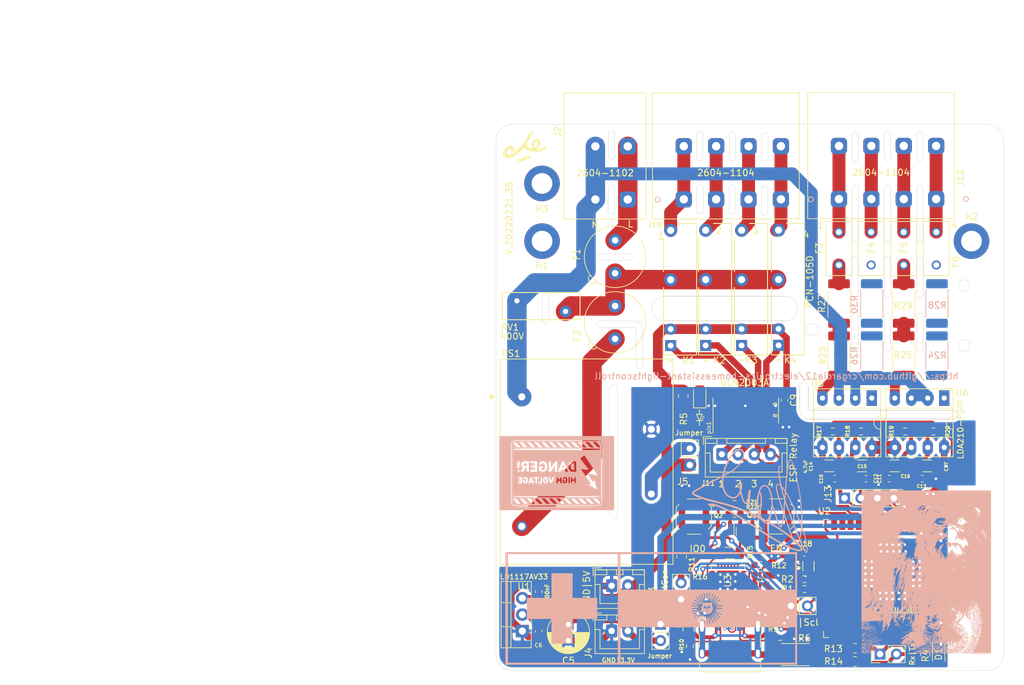
<source format=kicad_pcb>
(kicad_pcb (version 20211014) (generator pcbnew)
  (layers (0 "F.Cu" signal) (31 "B.Cu" signal) (34 "B.Paste" user) (35 "F.Paste" user) (36 "B.SilkS" user "B.Silkscreen") (37 "F.SilkS" user "F.Silkscreen") (38 "B.Mask" user) (39 "F.Mask" user) (44 "Edge.Cuts" user))
  (net 0 "")
  (net 1 "220VAC(L)")
  (net 2 "5V+")
  (net 3 "3.3V+")
  (net 4 "Sens4")
  (net 5 "Sens3")
  (net 6 "Sens2")
  (net 7 "Sens1")
  (net 8 "REO4")
  (net 9 "REO3")
  (net 10 "REO2")
  (net 11 "REO1")
  (net 12 "REI1")
  (net 13 "REI2")
  (net 14 "REI3")
  (net 15 "REI4")
  (net 16 "EspSens1")
  (net 17 "EspSens2")
  (net 18 "EspSens3")
  (net 19 "EspSens4")
  (net 20 "EspRel1")
  (net 21 "EspRel2")
  (net 22 "EspRel3")
  (net 23 "EspRel4")
  (net 27 "220VAC(N)")
  (net 28 "EN")
  (net 29 "D+")
  (net 30 "D-")
  (net 31 "RTS")
  (net 32 "IO0")
  (net 33 "DTR")
  (net 34 "RXD0")
  (net 35 "TXD0")
  (net 36 "VBUS")
  (net 38 "GND")
  (net 39 "Net-(Q1-Pad1)")
  (net 40 "Net-(Q2-Pad1)")
  (net 41 "Net-(C5-Pad1)")
  (net 42 "Net-(R14-Pad2)")
  (net 43 "Net-(R15-Pad2)")
  (net 44 "Net-(R23-Pad2)")
  (net 50 "Net-(D1-Pad2)")
  (net 51 "Net-(J5-Pad2)")
  (net 52 "Net-(J8-PadA5)")
  (net 54 "Net-(J8-PadB5)")
  (net 56 "Net-(J8-PadS1)")
  (net 57 "Net-(R24-Pad1)")
  (net 58 "Net-(R24-Pad2)")
  (net 59 "Net-(R13-Pad2)")
  (net 76 "SDA")
  (net 77 "SCL")
  (net 78 "Net-(J9-Pad2)")
  (net 95 "Net-(F3-Pad1)")
  (net 96 "Net-(F4-Pad1)")
  (net 97 "Net-(F5-Pad1)")
  (net 98 "Net-(R25-Pad1)")
  (net 99 "Net-(R25-Pad2)")
  (net 100 "Net-(D2-Pad2)")
  (net 101 "Net-(R23-Pad1)")
  (net 103 "Net-(F6-Pad1)")
  (net 104 "Net-(F2-Pad2)")
  (net 108 "Net-(D6-Pad1)")
  (net 109 "Net-(R4-Pad2)")
  (net 110 "Net-(R7-Pad2)")
  (net 111 "Net-(R12-Pad1)")
  (net 112 "Net-(R16-Pad2)")
  (net 113 "Net-(R26-Pad1)")
  (net 114 "Net-(R26-Pad2)")
  (net 115 "220VAC(N)-LowV")
  (net 116 "L_INPUT")
  (footprint "Connector_PinHeader_2.54mm:PinHeader_1x02_P2.54mm_Vertical" (layer "F.Cu") (at 150.5585 144.5387)
    (fp_text reference "J7" hide)
    (fp_text value "Current Jumper" hide)
  )
  (footprint "Capacitor_SMD:C_1206_3216Metric_Pad1.33x1.80mm_HandSolder" (layer "F.Cu") (at 181.6604 120.1039)
    (property "Value" "4.7uF")
    (fp_text reference "C15")
    (fp_text value "4.7uF" hide)
  )
  (footprint "Resistor_SMD:R_2512_6332Metric_Pad1.40x3.35mm_HandSolder" (layer "F.Cu") (at 178.1175 95.0361 -90)
    (fp_text reference "R27")
    (fp_text value "150kΩ1w" hide)
  )
  (footprint "Varistor:RV_Disc_D12mm_W4.2mm_P7.5mm" (layer "F.Cu") (at 128.3865 94.6235)
    (fp_text reference "RV1" hide)
    (fp_text value "400V")
  )
  (footprint "Resistor_SMD:R_2512_6332Metric_Pad1.40x3.35mm_HandSolder" (layer "F.Cu") (at 178.1175 103.0879 -90)
    (fp_text reference "R23")
    (fp_text value "150kΩ1w" hide)
  )
  (footprint "LED_SMD:LED_0805_2012Metric_Pad1.15x1.40mm_HandSolder" (layer "F.Cu") (at 156.6045 109.2885 90)
    (fp_text reference "D2" hide)
    (fp_text value "LED" hide)
  )
  (footprint "Resistor_SMD:R_0805_2012Metric_Pad1.20x1.40mm_HandSolder" (layer "F.Cu") (at 154.0645 109.2975 90)
    (fp_text reference "R5")
    (fp_text value "100Ω" hide)
  )
  (footprint "Connector_JST:JST_XH_B2B-XH-A_1x02_P2.50mm_Vertical" (layer "F.Cu") (at 143.0093 138.6035)
    (fp_text reference "J3")
    (fp_text value "GND|5V")
  )
  (footprint "Connector_PinHeader_2.54mm:PinHeader_1x02_P2.54mm_Vertical" (layer "F.Cu") (at 155.0805 119.9655 180)
    (fp_text reference "J5")
    (fp_text value "Jumper")
  )
  (footprint "icons:che" (layer "F.Cu") (at 129.5965 70.8135)
    (fp_text reference "G1" hide)
    (fp_text value "LOGO" hide)
  )
  (footprint "icons:led_6000dpi" (layer "F.Cu") (at 156.7065 112.6735 -90)
    (fp_text reference "G2" hide)
    (fp_text value "LOGO" hide)
  )
  (footprint "Capacitor_SMD:C_0603_1608Metric_Pad1.08x0.95mm_HandSolder" (layer "F.Cu") (at 131.7625 145.6145 -90)
    (fp_text reference "C6")
    (fp_text value "100nF")
  )
  (footprint "Capacitor_SMD:C_0603_1608Metric_Pad1.08x0.95mm_HandSolder" (layer "F.Cu") (at 131.7625 139.5185 90)
    (fp_text reference "C2")
    (fp_text value "100nF" hide)
  )
  (footprint "Connector_JST:JST_XH_B4B-XH-A_1x04_P2.50mm_Vertical" (layer "F.Cu") (at 160.0265 118.3145)
    (fp_text reference "J11")
    (fp_text value "ESP Relays" hide)
  )
  (footprint "Capacitor_SMD:C_0603_1608Metric_Pad1.08x0.95mm_HandSolder" (layer "F.Cu") (at 169.7101 109.9682 -90)
    (fp_text reference "C9")
    (fp_text value "100nF" hide)
  )
  (footprint "rac05-05sk:277" (layer "F.Cu") (at 139.1361 119.4435)
    (fp_text reference "PS1")
    (fp_text value "RAC05-05SK/277")
  )
  (footprint "Package_TO_SOT_THT:TO-220-3_Vertical" (layer "F.Cu") (at 129.2225 145.6055 90)
    (fp_text reference "U1")
    (fp_text value "LD1117AV33_TO220" hide)
  )
  (footprint "PCN:bigpads_TE_Connectivity-PCN-124D" (layer "F.Cu") (at 153.5728 92.850598 90)
    (fp_text reference "K1")
    (fp_text value "PCN-105D" hide)
  )
  (footprint "PCN:bigpads_TE_Connectivity-PCN-124D" (layer "F.Cu") (at 158.9703 92.831099 90)
    (fp_text reference "K2")
    (fp_text value "PCN-105D" hide)
  )
  (footprint "PCN:bigpads_TE_Connectivity-PCN-124D" (layer "F.Cu") (at 170.2308 92.8116 90)
    (fp_text reference "K4")
    (fp_text value "PCN-105D")
  )
  (footprint "wago-2604-1104:big_pads_2604-1104" (layer "F.Cu") (at 169.1465 78.9535 180)
    (fp_text reference "J10")
    (fp_text value "2604-1104")
  )
  (footprint "wago-2604-1102:big_pads_2604-1102" (layer "F.Cu") (at 145.5001 78.977099 180)
    (fp_text reference "J2")
    (fp_text value "2604-1102")
  )
  (footprint "wago-2604-1104:big_pads_2604-1104" (layer "F.Cu") (at 193.1065 78.913499 180)
    (fp_text reference "J12")
    (fp_text value "2604-1104")
  )
  (footprint "Fuse:Fuseholder_TR5_Littelfuse_No560_No460" (layer "F.Cu") (at 143.5465 85.2835 -90)
    (fp_text reference "F1")
    (fp_text value "250V500mA")
  )
  (footprint "MountingHole:MountingHole_3.2mm_M3_ISO14580_Pad" (layer "F.Cu") (at 198.5645 85.4075)
    (fp_text reference "H2")
    (fp_text value "MountingHole_Pad" hide)
  )
  (footprint "MountingHole:MountingHole_3.2mm_M3_ISO14580_Pad" (layer "F.Cu") (at 132.2705 85.4075)
    (fp_text reference "H1")
    (fp_text value "MountingHole_Pad" hide)
  )
  (footprint "PCN:bigpads_TE_Connectivity-PCN-124D" (layer "F.Cu") (at 164.518 92.831099 90)
    (fp_text reference "K3")
    (fp_text value "PCN-105D" hide)
  )
  (footprint "MountingHole:MountingHole_3.2mm_M3_ISO14580_Pad" (layer "F.Cu") (at 132.2565 76.5035)
    (fp_text reference "H3")
    (fp_text value "MountingHole_Pad" hide)
  )
  (footprint "Package_SO:SOIC-16_3.9x9.9mm_P1.27mm" (layer "F.Cu") (at 163.7165 111.5835 90)
    (fp_text reference "U4" hide)
    (fp_text value "ULN2003A")
  )
  (footprint "Capacitor_SMD:C_0603_1608Metric_Pad1.08x0.95mm_HandSolder" (layer "F.Cu") (at 182.282 122.0851)
    (fp_text reference "C11")
    (fp_text value "100nF" hide)
  )
  (footprint "Capacitor_SMD:C_0603_1608Metric_Pad1.08x0.95mm_HandSolder" (layer "F.Cu") (at 185.8634 122.0851 180)
    (fp_text reference "C12")
    (fp_text value "100nF" hide)
  )
  (footprint "Capacitor_SMD:C_1206_3216Metric_Pad1.33x1.80mm_HandSolder" (layer "F.Cu") (at 186.6773 120.1039 180)
    (fp_text reference "C16")
    (fp_text value "4.7uF" hide)
  )
  (footprint "Capacitor_SMD:C_1206_3216Metric_Pad1.33x1.80mm_HandSolder" (layer "F.Cu") (at 191.745 120.1039)
    (fp_text reference "C17")
    (fp_text value "4.7uF" hide)
  )
  (footprint "Resistor_SMD:R_2512_6332Metric_Pad1.40x3.35mm_HandSolder" (layer "F.Cu") (at 188.0997 95.0361 -90)
    (fp_text reference "R29")
    (fp_text value "150kΩ1w" hide)
  )
  (footprint "Package_DIP:DIP-8_W7.62mm_Socket_LongPads" (layer "F.Cu") (at 183.1721 109.6391 -90)
    (fp_text reference "U5")
    (fp_text value "LDA210-PDIP")
  )
  (footprint "Package_DIP:DIP-8_W7.62mm_Socket_LongPads" (layer "F.Cu") (at 194.3481 109.6391 -90)
    (fp_text reference "U6")
    (fp_text value "LDA210-PDIP" hide)
  )
  (footprint "Resistor_SMD:R_2512_6332Metric_Pad1.40x3.35mm_HandSolder" (layer "F.Cu") (at 188.0997 103.0879 -90)
    (fp_text reference "R25")
    (fp_text value "150kΩ1w" hide)
  )
  (footprint "Capacitor_SMD:C_0603_1608Metric_Pad1.08x0.95mm_HandSolder" (layer "F.Cu") (at 177.4328 122.0851 180)
    (fp_text reference "C10")
    (fp_text value "100nF" hide)
  )
  (footprint "Capacitor_SMD:C_0603_1608Metric_Pad1.08x0.95mm_HandSolder" (layer "F.Cu") (at 190.9434 122.0851)
    (fp_text reference "C13")
    (fp_text value "100nF" hide)
  )
  (footprint "Resistor_SMD:R_0603_1608Metric_Pad0.98x0.95mm_HandSolder" (layer "F.Cu") (at 190.1685 125.4125)
    (fp_text reference "R3")
    (fp_text value "10kΩ" hide)
  )
  (footprint "Capacitor_SMD:C_0603_1608Metric_Pad1.08x0.95mm_HandSolder" (layer "F.Cu") (at 193.5215 125.4125)
    (fp_text reference "C3")
    (fp_text value "22uF" hide)
  )
  (footprint "Capacitor_SMD:C_0603_1608Metric_Pad1.08x0.95mm_HandSolder" (layer "F.Cu") (at 190.156 126.9365 180)
    (fp_text reference "C1")
    (fp_text value "100nF" hide)
  )
  (footprint "Package_TO_SOT_SMD:SOT-23" (layer "F.Cu") (at 163.7965 130.236 -90)
    (fp_text reference "Q1")
    (fp_text value "SS8050-SMD" hide)
  )
  (footprint "Resistor_SMD:R_0603_1608Metric_Pad0.98x0.95mm_HandSolder" (layer "F.Cu") (at 161.984 127.5135)
    (fp_text reference "R22")
    (fp_text value "10kΩ" hide)
  )
  (footprint "Resistor_SMD:R_0603_1608Metric_Pad0.98x0.95mm_HandSolder" (layer "F.Cu") (at 161.984 125.9835 180)
    (fp_text reference "R21")
    (fp_text value "10kΩ" hide)
  )
  (footprint "Diode_SMD:D_SOD-523" (layer "F.Cu") (at 157.283 141.9009 180)
    (fp_text reference "D3" hide)
    (fp_text value "D_TVS" hide)
  )
  (footprint "Connector_JST:JST_XH_B2B-XH-A_1x02_P2.50mm_Vertical" (layer "F.Cu") (at 143.0093 145.5801)
    (fp_text reference "J4")
    (fp_text value "GND|3.3V")
  )
  (footprint "Button_Switch_SMD:SW_SPST_SKQG_WithStem" (layer "F.Cu") (at 168.4165 127.9035 90)
    (fp_text reference "SW1")
    (fp_text value "EN")
  )
  (footprint "Button_Switch_SMD:SW_SPST_SKQG_WithStem" (layer "F.Cu") (at 155.7065 127.9335 -90)
    (fp_text reference "SW2")
    (fp_text value "IO0")
  )
  (footprint "Capacitor_SMD:C_0603_1608Metric_Pad1.08x0.95mm_HandSolder" (layer "F.Cu") (at 164.9749 140.9408 -90)
    (fp_text reference "C8" hide)
    (fp_text value "4.7uF" hide)
  )
  (footprint "Resistor_SMD:R_0603_1608Metric_Pad0.98x0.95mm_HandSolder" (layer "F.Cu") (at 165.978 135.4109)
    (fp_text reference "R12")
    (fp_text value "1kΩ")
  )
  (footprint "Resistor_SMD:R_0603_1608Metric_Pad0.98x0.95mm_HandSolder" (layer "F.Cu") (at 165.978 138.4589 180)
    (fp_text reference "R7" hide)
    (fp_text value "22.1kΩ" hide)
  )
  (footprint "Resistor_SMD:R_0603_1608Metric_Pad0.98x0.95mm_HandSolder" (layer "F.Cu") (at 165.978 136.9349)
    (fp_text reference "R8" hide)
    (fp_text value "47.5kΩ" hide)
  )
  (footprint "Capacitor_SMD:C_0603_1608Metric_Pad1.08x0.95mm_HandSolder" (layer "F.Cu") (at 166.5749 140.9473 -90)
    (fp_text reference "C7")
    (fp_text value "100nF")
  )
  (footprint "Resistor_SMD:R_0603_1608Metric_Pad0.98x0.95mm_HandSolder" (layer "F.Cu") (at 156.4065 139.4655 -90)
    (fp_text reference "R16")
    (fp_text value "1kΩ")
  )
  (footprint "Diode_SMD:D_SOD-323" (layer "F.Cu") (at 154.8765 144.5641 -90)
    (fp_text reference "D6")
    (fp_text value "BAT60A-7" hide)
  )
  (footprint "Diode_SMD:D_SOD-523" (layer "F.Cu") (at 159.883 141.9009 180)
    (fp_text reference "D5")
    (fp_text value "D_TVS")
  )
  (footprint "Diode_SMD:D_SOD-523" (layer "F.Cu") (at 162.593 141.9009)
    (fp_text reference "D4" hide)
    (fp_text value "D_TVS" hide)
  )
  (footprint "RF_Module:ESP32-WROOM-32" (layer "F.Cu") (at 185.6105 137.4865 -90)
    (fp_text reference "U2")
    (fp_text value "ESP32-WROOM-32E")
  )
  (footprint "Package_TO_SOT_SMD:SOT-23" (layer "F.Cu") (at 160.3365 130.246 -90)
    (fp_text reference "Q2")
    (fp_text value "SS8050" hide)
  )
  (footprint "Connector_PinSocket_2.54mm:PinSocket_1x04_P2.54mm_Vertical" (layer "F.Cu") (at 178.9557 125.0823 90)
    (fp_text reference "J13")
    (fp_text value "EspSense")
  )
  (footprint "Connector_PinHeader_2.54mm:PinHeader_1x02_P2.54mm_Vertical" (layer "F.Cu") (at 184.4421 149.1615 90)
    (fp_text reference "J6" hide)
    (fp_text value "Conn_01x02_Male" hide)
  )
  (footprint "Resistor_SMD:R_1206_3216Metric_Pad1.30x1.75mm_HandSolder" (layer "F.Cu") (at 161.229 133.5755 180)
    (fp_text reference "R15")
    (fp_text value "1kΩ")
  )
  (footprint "Resistor_SMD:R_0805_2012Metric_Pad1.20x1.40mm_HandSolder" (layer "F.Cu") (at 180.578 150.3045 180)
    (fp_text reference "R14")
    (fp_text value "0Ω" hide)
  )
  (footprint "Resistor_SMD:R_0805_2012Metric_Pad1.20x1.40mm_HandSolder" (layer "F.Cu") (at 180.578 148.2725 180)
    (fp_text reference "R13")
    (fp_text value "0Ω" hide)
  )
  (footprint "Package_DFN_QFN:QFN-28-1EP_5x5mm_P0.5mm_EP3.35x3.35mm" (layer "F.Cu") (at 160.983 137.9409 90)
    (fp_text reference "U3")
    (fp_text value "CP2102N-A01-GQFN28" hide)
  )
  (footprint "Capacitor_SMD:C_0603_1608Metric_Pad1.08x0.95mm_HandSolder" (layer "F.Cu") (at 193.511 126.9365)
    (fp_text reference "C4")
    (fp_text value "100nF" hide)
  )
  (footprint "Capacitor_SMD:C_1206_3216Metric_Pad1.33x1.80mm_HandSolder" (layer "F.Cu") (at 176.6058 120.1039 180)
    (fp_text reference "C14")
    (fp_text value "4.7uF")
  )
  (footprint "Connector_PinHeader_2.54mm:PinHeader_1x02_P2.54mm_Vertical" (layer "F.Cu") (at 153.7335 140.7083 180)
    (fp_text reference "J9" hide)
    (fp_text value "DoNotCon")
  )
  (footprint "Capacitor_SMD:C_0603_1608Metric_Pad1.08x0.95mm_HandSolder" (layer "F.Cu") (at 172.7316 133.5405 180)
    (fp_text reference "C18")
    (fp_text value "100nF" hide)
  )
  (footprint "Resistor_SMD:R_0603_1608Metric_Pad0.98x0.95mm_HandSolder" (layer "F.Cu") (at 169.009 146.5135)
    (fp_text reference "R9")
    (fp_text value "5.1kΩ" hide)
  )
  (footprint "Resistor_SMD:R_0603_1608Metric_Pad0.98x0.95mm_HandSolder" (layer "F.Cu") (at 188.3264 114.7953)
    (fp_text reference "R19")
    (fp_text value "47.5kΩ" hide)
  )
  (footprint "RST-80-AMMO:FUSE_RST-1-BULK" (layer "F.Cu") (at 183.0705 86.5505 90)
    (fp_text reference "F4")
    (fp_text value "Fuse")
  )
  (footprint "Resistor_SMD:R_0603_1608Metric_Pad0.98x0.95mm_HandSolder" (layer "F.Cu") (at 177.1542 114.7953)
    (fp_text reference "R17")
    (fp_text value "47.5kΩ" hide)
  )
  (footprint "RST-80-AMMO:FUSE_RST-1-BULK" (layer "F.Cu") (at 193.1289 86.5505 90)
    (fp_text reference "F6")
    (fp_text value "Fuse")
  )
  (footprint "Connector_PinHeader_2.54mm:PinHeader_1x02_P2.54mm_Vertical" (layer "F.Cu") (at 170.7007 141.7193 90)
    (fp_text reference "J1" hide)
    (fp_text value "Conn_01x02_Male" hide)
  )
  (footprint "LED_SMD:LED_0805_2012Metric_Pad1.15x1.40mm_HandSolder" (layer "F.Cu") (at 193.4845 149.2425 -90)
    (fp_text reference "D1")
    (fp_text value "LED")
  )
  (footprint "Connector_USB:USB_C_Receptacle_HRO_TYPE-C-31-M-12" (layer "F.Cu") (at 161.273 148.0009)
    (fp_text reference "J8")
    (fp_text value "USB_C_Receptacle_USB2.0")
  )
  (footprint "Resistor_SMD:R_0603_1608Metric_Pad0.98x0.95mm_HandSolder" (layer "F.Cu") (at 192.6952 114.7953 180)
    (fp_text reference "R20")
    (fp_text value "47.5kΩ" hide)
  )
  (footprint "RST-80-AMMO:FUSE_RST-1-BULK" (layer "F.Cu") (at 188.0997 86.5505 90)
    (fp_text reference "F5")
    (fp_text value "Fuse")
  )
  (footprint "Fuse:Fuseholder_TR5_Littelfuse_No560_No460" (layer "F.Cu") (at 143.5465 95.4135 -90)
    (fp_text reference "F2")
    (fp_text value "250V50mA")
  )
  (footprint "Resistor_SMD:R_0805_2012Metric_Pad1.20x1.40mm_HandSolder" (layer "F.Cu") (at 153.8065 134.1355 -90)
    (fp_text reference "R11")
    (fp_text value "50Ω" hide)
  )
  (footprint "Resistor_SMD:R_2512_6332Metric_Pad1.40x3.35mm_HandSolder" (layer "F.Cu") (at 171.3765 149.2435)
    (fp_text reference "R6")
    (fp_text value "150kΩ1w")
  )
  (footprint "sht40:XDCR_SHT40-AD1B-R2" (layer "F.Cu") (at 173.3931 135.584 90)
    (fp_text reference "U7")
    (fp_text value "SHT4x")
  )
  (footprint "Resistor_SMD:R_0603_1608Metric_Pad0.98x0.95mm_HandSolder" (layer "F.Cu") (at 172.7816 137.6045)
    (fp_text reference "R2")
    (fp_text value "10kΩ")
  )
  (footprint "Capacitor_THT:CP_Radial_D6.3mm_P2.50mm" (layer "F.Cu") (at 136.3345 144.575521 -90)
    (fp_text reference "C5")
    (fp_text value "10uF" hide)
  )
  (footprint "RST-80-AMMO:FUSE_RST-1-BULK" (layer "F.Cu") (at 178.0921 86.5505 90)
    (fp_text reference "F3")
    (fp_text value "Fuse")
  )
  (footprint "Resistor_SMD:R_0603_1608Metric_Pad0.98x0.95mm_HandSolder" (layer "F.Cu") (at 181.523 114.7953 180)
    (fp_text reference "R18")
    (fp_text value "47.5kΩ" hide)
  )
  (footprint "Resistor_SMD:R_0603_1608Metric_Pad0.98x0.95mm_HandSolder" (layer "F.Cu") (at 172.7816 139.1285)
    (fp_text reference "R1")
    (fp_text value "10kΩ")
  )
  (footprint "Resistor_SMD:R_0805_2012Metric_Pad1.20x1.40mm_HandSolder" (layer "F.Cu") (at 191.4075 149.2425 90)
    (fp_text reference "R4")
    (fp_text value "100Ω")
  )
  (footprint "Resistor_SMD:R_0603_1608Metric_Pad0.98x0.95mm_HandSolder" (layer "F.Cu") (at 155.0865 147.926 -90)
    (fp_text reference "R10")
    (fp_text value "5.1kΩ" hide)
  )
  (footprint "icons:danger1_negative" (layer "B.Cu") (at 134.5565 121.2215 180)
    (fp_text reference "G3" hide)
    (fp_text value "LOGO" hide)
  )
  (footprint "Resistor_SMD:R_2512_6332Metric_Pad1.40x3.35mm_HandSolder" (layer "B.Cu") (at 193.2267 95.0361 -90)
    (fp_text reference "R28")
    (fp_text value "150kΩ1w" hide)
  )
  (footprint "Resistor_SMD:R_2512_6332Metric_Pad1.40x3.35mm_HandSolder" (layer "B.Cu") (at 193.2267 103.0879 -90)
    (fp_text reference "R24")
    (fp_text value "150kΩ1w" hide)
  )
  (footprint "Resistor_SMD:R_2512_6332Metric_Pad1.40x3.35mm_HandSolder" (layer "B.Cu") (at 183.1683 103.0879 -90)
    (fp_text reference "R26")
    (fp_text value "150kΩ1w" hide)
  )
  (footprint "Resistor_SMD:R_2512_6332Metric_Pad1.40x3.35mm_HandSolder" (layer "B.Cu") (at 183.1683 95.0361 -90)
    (fp_text reference "R30")
    (fp_text value "150kΩ1w" hide)
  )
  (footprint "icons:flags" (layer "B.Cu") (at 149.1234 142.113 180)
    (fp_text reference "G***")
    (fp_text value "LOGO" hide)
  )
  (footprint "icons:paula" (layer "B.Cu") (at 164.167727 125.752389 180)
    (fp_text reference "G***" hide)
    (fp_text value "LOGO" hide)
  )
  (footprint "icons:depsi" (layer "B.Cu") (at 191.5795 136.4615 180)
    (fp_text reference "G4")
    (fp_text value "LOGO" hide)
  )
  (footprint "NetTie:NetTie-2_SMD_Pad2.0mm" (layer "B.Cu") (at 178.3715 104.7115 -90)
    (fp_text reference "NT1" hide)
    (fp_text value "NetTie_2")
  )
  (gr_arc (start 203.5175 149.1615) (mid 202.773551 150.957551) (end 200.9775 151.7015) (layer "Edge.Cuts") (width 0.05))
  (gr_line (start 203.5175 149.1615) (end 203.5175 69.9135) (layer "Edge.Cuts") (width 0.05))
  (gr_line (start 161.8365 151.7035) (end 127.6985 151.7035) (layer "Edge.Cuts") (width 0.05))
  (gr_circle (center 197.4215 92.2655) (end 198.3215 92.2655) (layer "Edge.Cuts") (width 0.05) (fill none))
  (gr_line (start 169.852 97.715027) (end 151.151705 97.715027) (layer "Edge.Cuts") (width 0.1))
  (gr_line (start 200.9775 67.3735) (end 127.6985 67.3735) (layer "Edge.Cuts") (width 0.05))
  (gr_line (start 151.151705 93.910599) (end 169.852 93.910599) (layer "Edge.Cuts") (width 0.1))
  (gr_arc (start 151.151705 97.715027) (mid 149.249491 95.812813) (end 151.151705 93.910599) (layer "Edge.Cuts") (width 0.05))
  (gr_line (start 125.1585 149.1615) (end 125.1585 69.9135) (layer "Edge.Cuts") (width 0.05))
  (gr_arc (start 169.852 93.910599) (mid 171.754214 95.812813) (end 169.852 97.715027) (layer "Edge.Cuts") (width 0.05))
  (gr_arc (start 127.6985 151.7035) (mid 125.90234 150.958246) (end 125.1585 149.1615) (layer "Edge.Cuts") (width 0.05))
  (gr_line (start 200.9775 151.7015) (end 161.8365 151.7035) (layer "Edge.Cuts") (width 0.05))
  (gr_arc (start 200.9775 67.3735) (mid 202.773551 68.117449) (end 203.5175 69.9135) (layer "Edge.Cuts") (width 0.05))
  (gr_arc (start 147.828875 104.654892) (mid 147.330625 105.156) (end 146.832375 104.654892) (layer "Edge.Cuts") (width 0.05))
  (gr_line (start 186.09605 93.65955) (end 186.09605 88.22985) (layer "Edge.Cuts") (width 0.05))
  (gr_line (start 190.1004 68.9991) (end 190.1004 72.5075) (layer "Edge.Cuts") (width 0.05))
  (gr_circle (center 173.9773 99.0727) (end 174.8773 99.0727) (layer "Edge.Cuts") (width 0.05) (fill none))
  (gr_line (start 156.1152 68.9991) (end 156.1152 72.5075) (layer "Edge.Cuts") (width 0.05))
  (gr_line (start 172.0215 111.2647) (end 172.0215 107.8865) (layer "Edge.Cuts") (width 0.1))
  (gr_arc (start 181.1147 72.6091) (mid 180.61645 73.10735) (end 180.1182 72.6091) (layer "Edge.Cuts") (width 0.05))
  (gr_line (start 180.07035 88.22985) (end 180.07035 93.65955) (layer "Edge.Cuts") (width 0.05))
  (gr_arc (start 180.1182 69.1007) (mid 180.61645 68.60245) (end 181.1147 69.1007) (layer "Edge.Cuts") (width 0.05))
  (gr_line (start 162.1409 80.7879) (end 162.1409 77.2795) (layer "Edge.Cuts") (width 0.05))
  (gr_line (start 142.45 77.2541) (end 142.45 80.7625) (layer "Edge.Cuts") (width 0.05))
  (gr_line (start 181.06685 93.65955) (end 181.06685 88.22985) (layer "Edge.Cuts") (width 0.05))
  (gr_arc (start 181.06685 102) (mid 180.5686 102.49825) (end 180.07035 102) (layer "Edge.Cuts") (width 0.05))
  (gr_arc (start 162.1663 72.5075) (mid 161.66805 73.00575) (end 161.1698 72.5075) (layer "Edge.Cuts") (width 0.05))
  (gr_arc (start 191.09985 85.0099) (mid 190.6016 85.50815) (end 190.10335 85.0099) (layer "Edge.Cuts") (width 0.05))
  (gr_arc (start 142.6665 108.2135) (mid 143.3015 107.5785) (end 143.9365 108.2135) (layer "Edge.Cuts") (width 0.05))
  (gr_circle (center 197.4215 101.5111) (end 198.3215 101.5111) (layer "Edge.Cuts") (width 0.05) (fill none))
  (gr_arc (start 173.6217 112.8649) (mid 172.490188 112.396212) (end 172.0215 111.2647) (layer "Edge.Cuts") (width 0.05))
  (gr_line (start 191.12525 93.65955) (end 191.12525 88.22985) (layer "Edge.Cuts") (width 0.05))
  (gr_arc (start 186.09605 93.65955) (mid 185.5978 94.1578) (end 185.09955 93.65955) (layer "Edge.Cuts") (width 0.05))
  (gr_arc (start 161.1698 68.9991) (mid 161.66805 68.50085) (end 162.1663 68.9991) (layer "Edge.Cuts") (width 0.05))
  (gr_arc (start 191.0969 72.5075) (mid 190.59865 73.00575) (end 190.1004 72.5075) (layer "Edge.Cuts") (width 0.05))
  (gr_line (start 145.712375 87.334375) (end 141.280625 87.334375) (layer "Edge.Cuts") (width 0.05))
  (gr_line (start 156.1406 77.1779) (end 156.1406 80.6863) (layer "Edge.Cuts") (width 0.05))
  (gr_arc (start 180.07035 88.22985) (mid 180.5686 87.7316) (end 181.06685 88.22985) (layer "Edge.Cuts") (width 0.05))
  (gr_line (start 190.10335 77.28245) (end 190.10335 85.0099) (layer "Edge.Cuts") (width 0.05))
  (gr_line (start 191.09985 85.0099) (end 191.09985 77.28245) (layer "Edge.Cuts") (width 0.05))
  (gr_arc (start 141.280625 98.730875) (mid 140.779497 98.232625) (end 141.280625 97.734375) (layer "Edge.Cuts") (width 0.05))
  (gr_line (start 166.1736 69.1007) (end 166.1736 72.6091) (layer "Edge.Cuts") (width 0.05))
  (gr_line (start 173.6217 111.5187) (end 195.7197 111.5187) (layer "Edge.Cuts") (width 0.1))
  (gr_arc (start 172.0215 107.8865) (mid 172.6946 107.2134) (end 173.3677 107.8865) (layer "Edge.Cuts") (width 0.05))
  (gr_line (start 185.07415 97) (end 185.07415 102) (layer "Edge.Cuts") (width 0.05))
  (gr_line (start 141.280625 98.730875) (end 146.6342 98.7298) (layer "Edge.Cuts") (width 0.05))
  (gr_line (start 166.1482 77.4065) (end 166.1482 80.9149) (layer "Edge.Cuts") (width 0.05))
  (gr_line (start 173.3677 107.8865) (end 173.3677 111.2647) (layer "Edge.Cuts") (width 0.1))
  (gr_arc (start 190.12875 88.22985) (mid 190.627 87.7316) (end 191.12525 88.22985) (layer "Edge.Cuts") (width 0.05))
  (gr_line (start 180.1065 77.2707) (end 180.1065 84.99815) (layer "Edge.Cuts") (width 0.05))
  (gr_arc (start 143.473 72.3519) (mid 142.97475 72.85015) (end 142.4765 72.3519) (layer "Edge.Cuts") (width 0.05))
  (gr_arc (start 157.1117 72.5075) (mid 156.61345 73.00575) (end 156.1152 72.5075) (layer "Edge.Cuts") (width 0.05))
  (gr_line (start 186.0931 72.4567) (end 186.0931 68.9483) (layer "Edge.Cuts") (width 0.05))
  (gr_line (start 191.12525 102) (end 191.12525 97) (layer "Edge.Cuts") (width 0.05))
  (gr_arc (start 146.6342 98.7298) (mid 146.777884 98.789316) (end 146.8374 98.933) (layer "Edge.Cuts") (width 0.05))
  (gr_line (start 146.8374 98.933) (end 146.832375 104.654892) (layer "Edge.Cuts") (width 0.05))
  (gr_line (start 157.1371 80.6863) (end 157.1371 77.1779) (layer "Edge.Cuts") (width 0.05))
  (gr_line (start 180.07035 97) (end 180.07035 102) (layer "Edge.Cuts") (width 0.05))
  (gr_arc (start 190.10335 77.28245) (mid 190.6016 76.7842) (end 191.09985 77.28245) (layer "Edge.Cuts") (width 0.05))
  (gr_line (start 147.828875 104.654892) (end 147.828 98.933) (layer "Edge.Cuts") (width 0.05))
  (gr_arc (start 162.1409 80.7879) (mid 161.64265 81.28615) (end 161.1444 80.7879) (layer "Edge.Cuts") (width 0.05))
  (gr_line (start 180.1182 69.1007) (end 180.1182 72.6091) (layer "Edge.Cuts") (width 0.05))
  (gr_line (start 167.1447 80.9149) (end 167.1447 77.4065) (layer "Edge.Cuts") (width 0.05))
  (gr_line (start 190.12875 97) (end 190.12875 102) (layer "Edge.Cuts") (width 0.05))
  (gr_arc (start 133.2865 97.60925) (mid 132.78825 98.1075) (end 132.29 97.60925) (layer "Edge.Cuts") (width 0.05))
  (gr_line (start 195.7197 112.8649) (end 173.6217 112.8649) (layer "Edge.Cuts") (width 0.1))
  (gr_line (start 186.09605 84.9845) (end 186.09605 77.25705) (layer "Edge.Cuts") (width 0.05))
  (gr_arc (start 181.103 84.99815) (mid 180.60475 85.4964) (end 180.1065 84.99815) (layer "Edge.Cuts") (width 0.05))
  (gr_arc (start 173.6217 111.5187) (mid 173.442095 111.444305) (end 173.3677 111.2647) (layer "Edge.Cuts") (width 0.05))
  (gr_arc (start 157.1371 80.6863) (mid 156.63885 81.18455) (end 156.1406 80.6863) (layer "Edge.Cuts") (width 0.05))
  (gr_arc (start 142.4765 68.8435) (mid 142.97475 68.34525) (end 143.473 68.8435) (layer "Edge.Cuts") (width 0.05))
  (gr_line (start 143.473 72.3519) (end 143.473 68.8435) (layer "Edge.Cuts") (width 0.05))
  (gr_arc (start 145.712375 87.334375) (mid 146.210625 87.832625) (end 145.712375 88.330875) (layer "Edge.Cuts") (width 0.05))
  (gr_line (start 143.4465 80.7625) (end 143.4465 77.2541) (layer "Edge.Cuts") (width 0.05))
  (gr_line (start 181.103 84.99815) (end 181.103 77.2707) (layer "Edge.Cuts") (width 0.05))
  (gr_arc (start 142.45 77.2541) (mid 142.94825 76.75585) (end 143.4465 77.2541) (layer "Edge.Cuts") (width 0.05))
  (gr_arc (start 143.4465 80.7625) (mid 142.94825 81.26075) (end 142.45 80.7625) (layer "Edge.Cuts") (width 0.05))
  (gr_line (start 167.1701 72.6091) (end 167.1701 69.1007) (layer "Edge.Cuts") (width 0.05))
  (gr_line (start 161.1698 68.9991) (end 161.1698 72.5075) (layer "Edge.Cuts") (width 0.05))
  (gr_arc (start 143.9365 127.6191) (mid 143.3015 128.238678) (end 142.6665 127.6191) (layer "Edge.Cuts") (width 0.05))
  (gr_line (start 185.09955 88.22985) (end 185.09955 93.65955) (layer "Edge.Cuts") (width 0.05))
  (gr_arc (start 166.1736 69.1007) (mid 166.67185 68.60245) (end 167.1701 69.1007) (layer "Edge.Cuts") (width 0.05))
  (gr_arc (start 181.06685 93.65955) (mid 180.5686 94.1578) (end 180.07035 93.65955) (layer "Edge.Cuts") (width 0.05))
  (gr_line (start 161.1444 77.2795) (end 161.1444 80.7879) (layer "Edge.Cuts") (width 0.05))
  (gr_arc (start 125.1585 69.9135) (mid 125.902449 68.117449) (end 127.6985 67.3735) (layer "Edge.Cuts") (width 0.05))
  (gr_arc (start 141.280625 88.330875) (mid 140.782375 87.832625) (end 141.280625 87.334375) (layer "Edge.Cuts") (width 0.05))
  (gr_arc (start 161.1444 77.2795) (mid 161.64265 76.78125) (end 162.1409 77.2795) (layer "Edge.Cuts") (width 0.05))
  (gr_line (start 132.29 93.92975) (end 132.29 97.60925) (layer "Edge.Cuts") (width 0.05))
  (gr_line (start 185.09955 77.25705) (end 185.09955 84.9845) (layer "Edge.Cuts") (width 0.05))
  (gr_line (start 162.1663 72.5075) (end 162.1663 68.9991) (layer "Edge.Cuts") (width 0.05))
  (gr_arc (start 185.09955 88.22985) (mid 185.5978 87.7316) (end 186.09605 88.22985) (layer "Edge.Cuts") (width 0.05))
  (gr_arc (start 186.0931 72.4567) (mid 185.59485 72.95495) (end 185.0966 72.4567) (layer "Edge.Cuts") (width 0.05))
  (gr_arc (start 185.0966 68.9483) (mid 185.59485 68.45005) (end 186.0931 68.9483) (layer "Edge.Cuts") (width 0.05))
  (gr_line (start 142.6665 108.2135) (end 142.6665 127.6191) (layer "Edge.Cuts") (width 0.05))
  (gr_arc (start 167.1447 80.9149) (mid 166.64645 81.41315) (end 166.1482 80.9149) (layer "Edge.Cuts") (width 0.05))
  (gr_arc (start 190.12875 97) (mid 190.627 96.50175) (end 191.12525 97) (layer "Edge.Cuts") (width 0.05))
  (gr_arc (start 191.12525 93.65955) (mid 190.627 94.1578) (end 190.12875 93.65955) (layer "Edge.Cuts") (width 0.05))
  (gr_arc (start 186.09605 84.9845) (mid 185.5978 85.48275) (end 185.09955 84.9845) (layer "Edge.Cuts") (width 0.05))
  (gr_arc (start 156.1406 77.1779) (mid 156.63885 76.67965) (end 157.1371 77.1779) (layer "Edge.Cuts") (width 0.05))
  (gr_arc (start 186.07065 102) (mid 185.5724 102.49825) (end 185.07415 102) (layer "Edge.Cuts") (width 0.05))
  (gr_line (start 191.0969 72.5075) (end 191.0969 68.9991) (layer "Edge.Cuts") (width 0.05))
  (gr_arc (start 185.09955 77.25705) (mid 185.5978 76.7588) (end 186.09605 77.25705) (layer "Edge.Cuts") (width 0.05))
  (gr_arc (start 146.6342 97.7392) (mid 147.478344 98.088856) (end 147.828 98.933) (layer "Edge.Cuts") (width 0.05))
  (gr_arc (start 156.1152 68.9991) (mid 156.61345 68.50085) (end 157.1117 68.9991) (layer "Edge.Cuts") (width 0.05))
  (gr_line (start 157.1117 72.5075) (end 157.1117 68.9991) (layer "Edge.Cuts") (width 0.05))
  (gr_line (start 142.4765 68.8435) (end 142.4765 72.3519) (layer "Edge.Cuts") (width 0.05))
  (gr_line (start 190.12875 88.22985) (end 190.12875 93.65955) (layer "Edge.Cuts") (width 0.05))
  (gr_line (start 146.6342 97.7392) (end 141.280625 97.734375) (layer "Edge.Cuts") (width 0.05))
  (gr_line (start 181.06685 102) (end 181.06685 97) (layer "Edge.Cuts") (width 0.05))
  (gr_arc (start 132.29 93.92975) (mid 132.78825 93.4315) (end 133.2865 93.92975) (layer "Edge.Cuts") (width 0.05))
  (gr_arc (start 195.7197 111.5187) (mid 196.3928 112.1918) (end 195.7197 112.8649) (layer "Edge.Cuts") (width 0.05))
  (gr_arc (start 180.07035 97) (mid 180.5686 96.50175) (end 181.06685 97) (layer "Edge.Cuts") (width 0.05))
  (gr_arc (start 185.07415 97) (mid 185.5724 96.50175) (end 186.07065 97) (layer "Edge.Cuts") (width 0.05))
  (gr_arc (start 166.1482 77.4065) (mid 166.64645 76.90825) (end 167.1447 77.4065) (layer "Edge.Cuts") (width 0.05))
  (gr_arc (start 190.1004 68.9991) (mid 190.59865 68.50085) (end 191.0969 68.9991) (layer "Edge.Cuts") (width 0.05))
  (gr_arc (start 167.1701 72.6091) (mid 166.67185 73.10735) (end 166.1736 72.6091) (layer "Edge.Cuts") (width 0.05))
  (gr_line (start 133.2865 97.60925) (end 133.2865 93.92975) (layer "Edge.Cuts") (width 0.05))
  (gr_line (start 185.0966 68.9483) (end 185.0966 72.4567) (layer "Edge.Cuts") (width 0.05))
  (gr_line (start 186.07065 102) (end 186.07065 97) (layer "Edge.Cuts") (width 0.05))
  (gr_line (start 181.1147 72.6091) (end 181.1147 69.1007) (layer "Edge.Cuts") (width 0.05))
  (gr_line (start 141.280625 88.330875) (end 145.712375 88.330875) (layer "Edge.Cuts") (width 0.05))
  (gr_line (start 143.9365 127.6191) (end 143.9365 108.2135) (layer "Edge.Cuts") (width 0.05))
  (gr_arc (start 180.1065 77.2707) (mid 180.60475 76.77245) (end 181.103 77.2707) (layer "Edge.Cuts") (width 0.05))
  (gr_arc (start 191.12525 102) (mid 190.627 102.49825) (end 190.12875 102) (layer "Edge.Cuts") (width 0.05))
  (gr_text "https://github.com/crgarcia12/electronics-homeassistant-lightscontroll" (at 168.4655 106.2355) (layer "B.SilkS") (effects (font (size 1 1)) (justify mirror)))
  (gr_text "4" (at 195.8865 82.9435) (layer "F.SilkS") (effects (font (size 1 1))))
  (gr_text "1" (at 175.2065 82.9135) (layer "F.SilkS") (effects (font (size 1 1) (thickness 0.15) italic)))
  (gr_text "V.20220221.35" (at 127.1905 81.8515 90) (layer "F.SilkS") (effects (font (size 1 1))))
  (gr_text "LD1117AV33" (at 129.4765 137.2235) (layer "F.SilkS") (effects (font (size 0.8 0.8))))
  (gr_text "N" (at 141.0465 82.8935) (layer "F.SilkS") (effects (font (size 1 1)) (justify right)))
  (gr_text "L" (at 145.3965 82.7635) (layer "F.SilkS") (effects (font (size 1 1)) (justify left)))
  (gr_text "4" (at 167.5565 122.8835) (layer "F.SilkS") (effects (font (size 1 1))))
  (gr_text "ESP Relay" (at 171.0765 118.8335 90) (layer "F.SilkS") (effects (font (size 1 1))))
  (gr_text "3" (at 165.1604 83.802999) (layer "F.SilkS") (effects (font (size 1 1))))
  (gr_text "4" (at 173.0375 84.3915) (layer "F.SilkS") (effects (font (size 1 1))))
  (gr_text "2" (at 159.4904 83.802999) (layer "F.SilkS") (effects (font (size 1 1) (thickness 0.15) italic)))
  (gr_text "1" (at 150.5585 84.6455) (layer "F.SilkS") (effects (font (size 1 1) (thickness 0.15) italic)))
  (gr_text "2" (at 162.4765 122.8835) (layer "F.SilkS") (effects (font (size 1 1) (thickness 0.15) italic)))
  (gr_text "3" (at 165.0165 122.8835) (layer "F.SilkS") (effects (font (size 1 1))))
  (gr_text "1" (at 159.9365 122.8835) (layer "F.SilkS") (effects (font (size 1 1))))
  (gr_text "JLCJLCJLCJLC" (at 186.3725 142.4305) (layer "F.SilkS") (effects (font (size 0.8 0.8) (thickness 0.2))))
  (segment (start 143.5365 90.3635) (end 143.5365 95.4035) (width 3) (layer "F.Cu") (net 1))
  (segment (start 143.5465 95.4135) (end 136.72983 95.4135) (width 3) (layer "F.Cu") (net 1))
  (segment (start 143.5365 90.3635) (end 144.5241 91.3511) (width 3) (layer "F.Cu") (net 1))
  (segment (start 143.5365 95.4035) (end 143.5465 95.4135) (width 3) (layer "F.Cu") (net 1))
  (segment (start 144.5241 91.3511) (end 168.4655 91.3511) (width 3) (layer "F.Cu") (net 1))
  (segment (start 136.72983 95.4135) (end 135.8865 96.25683) (width 3) (layer "F.Cu") (net 1))
  (segment (start 145.5093 138.6035) (end 145.5093 138.796324) (width 1) (layer "F.Cu") (net 2))
  (segment (start 152.0077 133.1355) (end 151.4602 132.588) (width 1.5) (layer "F.Cu") (net 2))
  (segment (start 151.4602 133.7056) (end 146.5623 138.6035) (width 1.5) (layer "F.Cu") (net 2))
  (segment (start 154.0645 108.2975) (end 151.5191 108.2975) (width 1.5) (layer "F.Cu") (net 2))
  (segment (start 168.4655 98.9711) (end 168.6179 98.9711) (width 1) (layer "F.Cu") (net 2))
  (segment (start 146.5623 138.6035) (end 145.5093 138.6035) (width 1.5) (layer "F.Cu") (net 2))
  (segment (start 143.924624 140.381) (end 131.7625 140.381) (width 1) (layer "F.Cu") (net 2))
  (segment (start 131.7625 140.5435) (end 129.2405 140.5435) (width 1) (layer "F.Cu") (net 2))
  (segment (start 168.1643 109.1057) (end 168.1615 109.1085) (width 1) (layer "F.Cu") (net 2))
  (segment (start 169.7101 109.1057) (end 168.1643 109.1057) (width 1) (layer "F.Cu") (net 2))
  (segment (start 145.5093 138.796324) (end 143.924624 140.381) (width 1) (layer "F.Cu") (net 2))
  (segment (start 151.4602 106.6546) (end 151.4602 108.3564) (width 1.5) (layer "F.Cu") (net 2))
  (segment (start 150.1394 105.3338) (end 151.4602 106.6546) (width 1.5) (layer "F.Cu") (net 2))
  (segment (start 152.1228 98.990599) (end 168.446001 98.990599) (width 1.5) (layer "F.Cu") (net 2))
  (segment (start 169.7101 109.1057) (end 170.015011 108.800789) (width 1) (layer "F.Cu") (net 2))
  (segment (start 170.015011 108.800789) (end 170.015011 100.368211) (width 1) (layer "F.Cu") (net 2))
  (segment (start 168.446001 98.990599) (end 168.4655 98.9711) (width 1.5) (layer "F.Cu") (net 2))
  (segment (start 151.4602 132.588) (end 151.4602 133.7056) (width 1.5) (layer "F.Cu") (net 2))
  (segment (start 168.6179 98.9711) (end 170.015011 100.368211) (width 1) (layer "F.Cu") (net 2))
  (segment (start 151.4602 120.142) (end 151.4602 132.588) (width 1.5) (layer "F.Cu") (net 2))
  (segment (start 151.063778 98.990599) (end 150.1394 99.914977) (width 1.5) (layer "F.Cu") (net 2))
  (segment (start 152.1228 98.990599) (end 151.063778 98.990599) (width 1.5) (layer "F.Cu") (net 2))
  (segment (start 150.1394 99.914977) (end 150.1394 105.3338) (width 1.5) (layer "F.Cu") (net 2))
  (segment (start 151.5191 108.2975) (end 151.4602 108.3564) (width 1.5) (layer "F.Cu") (net 2))
  (segment (start 155.0805 119.9655) (end 151.6367 119.9655) (width 2) (layer "F.Cu") (net 2))
  (segment (start 151.4602 108.3564) (end 151.4602 119.634) (width 1.5) (layer "F.Cu") (net 2))
  (segment (start 153.8065 133.1355) (end 152.0077 133.1355) (width 1.5) (layer "F.Cu") (net 2))
  (segment (start 195.8665 120.851644) (end 195.8665 116.0535) (width 1) (layer "F.Cu") (net 3))
  (segment (start 166.5749 140.0848) (end 166.00348 139.51338) (width 0.25) (layer "F.Cu") (net 3))
  (segment (start 167.7035 134.5979) (end 168.1701 134.5979) (width 0.6) (layer "F.Cu") (net 3))
  (segment (start 172.5781 132.5245) (end 173.5941 133.5405) (width 0.6) (layer "F.Cu") (net 3))
  (segment (start 182.4355 114.7953) (end 182.4355 113.69906) (width 0.6) (layer "F.Cu") (net 3))
  (segment (start 170.7261 134.0485) (end 170.7731 134.0015) (width 0.6) (layer "F.Cu") (net 3))
  (segment (start 168.7195 134.0485) (end 170.7261 134.0485) (width 0.6) (layer "F.Cu") (net 3))
  (segment (start 173.7931 134.884) (end 173.7931 133.7395) (width 0.25) (layer "F.Cu") (net 3))
  (segment (start 177.41622 113.62078) (end 176.2417 114.7953) (width 1) (layer "F.Cu") (net 3))
  (segment (start 193.6077 114.7953) (end 193.595346 114.7953) (width 1) (layer "F.Cu") (net 3))
  (segment (start 192.659 125.4125) (end 192.659 128.923) (width 1) (layer "F.Cu") (net 3))
  (segment (start 170.7731 136.5085) (end 170.7731 134.0015) (width 0.6) (layer "F.Cu") (net 3))
  (segment (start 171.8691 137.6045) (end 170.7731 136.5085) (width 0.6) (layer "F.Cu") (net 3))
  (segment (start 165.92752 136.33638) (end 166.853 135.4109) (width 0.35) (layer "F.Cu") (net 3))
  (segment (start 182.51378 113.62078) (end 177.41622 113.62078) (width 1) (layer "F.Cu") (net 3))
  (segment (start 192.6717 124.046444) (end 195.8665 120.851644) (width 1) (layer "F.Cu") (net 3))
  (segment (start 166.00348 136.26042) (end 166.853 135.4109) (width 0.25) (layer "F.Cu") (net 3))
  (segment (start 166.00348 139.51338) (end 166.00348 136.26042) (width 0.25) (layer "F.Cu") (net 3))
  (segment (start 194.6083 114.7953) (end 193.6077 114.7953) (width 1) (layer "F.Cu") (net 3))
  (segment (start 187.4139 113.6809) (end 187.35378 113.62078) (width 0.6) (layer "F.Cu") (net 3))
  (segment (start 191.7319 124.7241) (end 191.0435 125.4125) (width 1) (layer "F.Cu") (net 3))
  (segment (start 165.7472 140.0848) (end 165.92752 139.90448) (width 0.35) (layer "F.Cu") (net 3))
  (segment (start 193.595346 114.7953) (end 192.420826 113.62078) (width 1) (layer "F.Cu") (net 3))
  (segment (start 192.659 125.4125) (end 192.659 124.44512) (width 1) (layer "F.Cu") (net 3))
  (segment (start 164.6623 140.3909) (end 162.30752 140.3909) (width 1) (layer "F.Cu") (net 3))
  (segment (start 182.4355 113.69906) (end 182.51378 113.62078) (width 0.6) (layer "F.Cu") (net 3))
  (segment (start 187.35378 113.62078) (end 182.51378 113.62078) (width 1) (layer "F.Cu") (net 3))
  (segment (start 170.7731 132.5245) (end 172.5781 132.5245) (width 0.6) (layer "F.Cu") (net 3))
  (segment (start 167.7035 134.5979) (end 166.8905 135.4109) (width 0.6) (layer "F.Cu") (net 3))
  (segment (start 166.5749 140.0848) (end 165.7472 140.0848) (width 1) (layer "F.Cu") (net 3))
  (segment (start 170.7731 134.0015) (end 170.7731 132.5245) (width 0.6) (layer "F.Cu") (net 3))
  (segment (start 192.659 128.923) (end 192.5955 128.9865) (width 1) (layer "F.Cu") (net 3))
  (segment (start 165.92752 139.90448) (end 165.92752 136.33638) (width 0.35) (layer "F.Cu") (net 3))
  (segment (start 191.7319 124.4219) (end 191.7319 124.7241) (width 1) (layer "F.Cu") (net 3))
  (segment (start 187.4139 114.7953) (end 187.4139 113.6809) (width 0.6) (layer "F.Cu") (net 3))
  (segment (start 165.7472 140.0848) (end 164.9814 140.0848) (width 1) (layer "F.Cu") (net 3))
  (segment (start 167.7035 134.0485) (end 167.7035 134.5979) (width 0.6) (layer "F.Cu") (net 3))
  (segment (start 192.6717 124.43242) (end 192.6717 124.046444) (width 1) (layer "F.Cu") (net 3))
  (segment (start 192.659 124.44512) (end 192.6717 124.43242) (width 1) (layer "F.Cu") (net 3))
  (segment (start 168.1701 134.5979) (end 168.7195 134.0485) (width 0.6) (layer "F.Cu") (net 3))
  (segment (start 171.8691 137.6045) (end 171.8691 139.1285) (width 0.6) (layer "F.Cu") (net 3))
  (segment (start 192.420826 113.62078) (end 187.35378 113.62078) (width 1) (layer "F.Cu") (net 3))
  (segment (start 195.8665 116.0535) (end 194.6083 114.7953) (width 1) (layer "F.Cu") (net 3))
  (segment (start 164.9749 140.0783) (end 164.6623 140.3909) (width 1) (layer "F.Cu") (net 3))
  (segment (start 164.9814 140.0848) (end 164.9749 140.0783) (width 1) (layer "F.Cu") (net 3))
  (segment (start 191.0435 125.4125) (end 192.659 125.4125) (width 1) (layer "F.Cu") (net 3))
  (via (at 168.7195 134.0485) (size 0.8) (drill 0.4) (layers "F.Cu" "B.Cu") (net 3))
  (via (at 167.7035 134.0485) (size 0.8) (drill 0.4) (layers "F.Cu" "B.Cu") (net 3))
  (via (at 191.7319 124.4219) (size 0.8) (drill 0.4) (layers "F.Cu" "B.Cu") (net 3))
  (via (at 192.6717 124.43242) (size 0.8) (drill 0.4) (layers "F.Cu" "B.Cu") (net 3))
  (segment (start 166.2265 128.1435) (end 166.3465 128.0235) (width 1) (layer "B.Cu") (net 3))
  (segment (start 191.7319 124.4219) (end 191.7319 125.37222) (width 1) (layer "B.Cu") (net 3))
  (segment (start 189.08062 128.0235) (end 190.42356 126.68056) (width 1) (layer "B.Cu") (net 3))
  (segment (start 191.7319 125.37222) (end 190.42356 126.68056) (width 1) (layer "B.Cu") (net 3))
  (segment (start 150.5585 131.2315) (end 150.5585 144.5387) (width 1) (layer "B.Cu") (net 3))
  (segment (start 170.5965 128.0235) (end 189.08062 128.0235) (width 1) (layer "B.Cu") (net 3))
  (segment (start 192.6717 124.43242) (end 191.74242 124.43242) (width 1) (layer "B.Cu") (net 3))
  (segment (start 167.7035 134.0485) (end 166.2265 132.5715) (width 1) (layer "B.Cu") (net 3))
  (segment (start 166.2265 131.3345) (end 166.2265 128.1435) (width 1) (layer "B.Cu") (net 3))
  (segment (start 153.7665 128.0235) (end 150.5585 131.2315) (width 1) (layer "B.Cu") (net 3))
  (segment (start 191.74242 124.43242) (end 191.7319 124.4219) (width 1) (layer "B.Cu") (net 3))
  (segment (start 170.5965 128.0235) (end 166.3465 128.0235) (width 1) (layer "B.Cu") (net 3))
  (segment (start 166.2265 132.5715) (end 166.2265 131.3345) (width 1) (layer "B.Cu") (net 3))
  (segment (start 192.6717 124.43242) (end 191.7319 125.37222) (width 1) (layer "B.Cu") (net 3))
  (segment (start 167.7035 134.0485) (end 168.7195 134.0485) (width 1) (layer "B.Cu") (net 3))
  (segment (start 166.3465 128.0235) (end 153.7665 128.0235) (width 1) (layer "B.Cu") (net 3))
  (segment (start 193.1065 78.913499) (end 193.1065 83.9881) (width 2) (layer "F.Cu") (net 4))
  (segment (start 193.1065 83.9881) (end 193.1289 84.0105) (width 2) (layer "F.Cu") (net 4))
  (segment (start 193.1065 78.913499) (end 193.1065 70.7135) (width 2) (layer "F.Cu") (net 4))
  (segment (start 188.1065 84.0037) (end 188.0997 84.0105) (width 2) (layer "F.Cu") (net 5))
  (segment (start 188.1065 70.7135) (end 188.1065 78.913499) (width 2) (layer "F.Cu") (net 5))
  (segment (start 188.1065 78.913499) (end 188.1065 84.0037) (width 2) (layer "F.Cu") (net 5))
  (segment (start 183.1065 78.913499) (end 183.1065 70.7135) (width 2) (layer "F.Cu") (net 6))
  (segment (start 183.0705 78.949499) (end 183.1065 78.913499) (width 2) (layer "F.Cu") (net 6))
  (segment (start 183.0705 84.0105) (end 183.0705 78.949499) (width 2) (layer "F.Cu") (net 6))
  (segment (start 178.1065 70.7135) (end 178.1065 78.913499) (width 2) (layer "F.Cu") (net 7))
  (segment (start 178.1065 83.9961) (end 178.0921 84.0105) (width 2) (layer "F.Cu") (net 7))
  (segment (start 178.1065 78.913499) (end 178.1065 83.9961) (width 2) (layer "F.Cu") (net 7))
  (segment (start 169.1465 83.0501) (end 168.4655 83.7311) (width 2) (layer "F.Cu") (net 8))
  (segment (start 169.1465 70.753501) (end 169.1465 83.0501) (width 2) (layer "F.Cu") (net 8))
  (segment (start 164.1465 82.6526) (end 163.068 83.7311) (width 2) (layer "F.Cu") (net 9))
  (segment (start 164.1465 70.753501) (end 164.1465 82.6526) (width 2) (layer "F.Cu") (net 9))
  (segment (start 159.1465 70.753501) (end 159.1465 82.1049) (width 2) (layer "F.Cu") (net 10))
  (segment (start 159.1465 82.1049) (end 157.5203 83.7311) (width 2) (layer "F.Cu") (net 10))
  (segment (start 154.1465 78.9535) (end 154.1465 70.753501) (width 2) (layer "F.Cu") (net 11))
  (segment (start 152.1228 83.750599) (end 152.1228 80.9772) (width 2) (layer "F.Cu") (net 11))
  (segment (start 152.1228 80.9772) (end 154.1465 78.9535) (width 2) (layer "F.Cu") (net 11))
  (segment (start 153.652812 103.060611) (end 152.1228 101.530599) (width 1) (layer "F.Cu") (net 12))
  (segment (start 163.0815 106.918678) (end 159.223433 103.060611) (width 1) (layer "F.Cu") (net 12))
  (segment (start 163.0815 109.1085) (end 163.0815 106.918678) (width 1) (layer "F.Cu") (net 12))
  (segment (start 159.223433 103.060611) (end 153.652812 103.060611) (width 1) (layer "F.Cu") (net 12))
  (segment (start 157.5203 101.5111) (end 159.3703 101.5111) (width 1) (layer "F.Cu") (net 13))
  (segment (start 159.3703 101.5111) (end 164.3515 106.4923) (width 1) (layer "F.Cu") (net 13))
  (segment (start 164.3515 106.4923) (end 164.3515 109.1085) (width 1) (layer "F.Cu") (net 13))
  (segment (start 163.068 101.5111) (end 165.6215 104.0646) (width 1) (layer "F.Cu") (net 14))
  (segment (start 165.6215 104.0646) (end 165.6215 109.1085) (width 1) (layer "F.Cu") (net 14))
  (segment (start 168.4655 102.5271) (end 168.4655 101.5111) (width 1) (layer "F.Cu") (net 15))
  (segment (start 166.8915 104.1011) (end 168.4655 102.5271) (width 1) (layer "F.Cu") (net 15))
  (segment (start 166.8915 109.1085) (end 166.8915 104.1011) (width 1) (layer "F.Cu") (net 15))
  (segment (start 178.0667 114.7953) (end 178.0667 117.2337) (width 0.6) (layer "F.Cu") (net 16))
  (segment (start 178.0921 117.2591) (end 178.0921 121.8819) (width 0.6) (layer "F.Cu") (net 16))
  (segment (start 184.9755 127.6365) (end 184.39322 127.05422) (width 0.35) (layer "F.Cu") (net 16))
  (segment (start 181.988562 126.3523) (end 180.3781 126.3523) (width 0.35) (layer "F.Cu") (net 16))
  (segment (start 184.9755 128.9865) (end 184.9755 127.6365) (width 0.35) (layer "F.Cu") (net 16))
  (segment (start 178.0921 121.8819) (end 178.2953 122.0851) (width 0.6) (layer "F.Cu") (net 16))
  (segment (start 184.39322 127.05422) (end 182.690481 127.054219) (width 0.35) (layer "F.Cu") (net 16))
  (segment (start 178.2953 124.4219) (end 178.9557 125.0823) (width 0.6) (layer "F.Cu") (net 16))
  (segment (start 179.1081 125.0823) (end 178.9557 125.0823) (width 0.35) (layer "F.Cu") (net 16))
  (segment (start 178.0667 117.2337) (end 178.0921 117.2591) (width 0.6) (layer "F.Cu") (net 16))
  (segment (start 182.690481 127.054219) (end 181.988562 126.3523) (width 0.35) (layer "F.Cu") (net 16))
  (segment (start 178.2953 122.0851) (end 178.2953 124.4219) (width 0.6) (layer "F.Cu") (net 16))
  (segment (start 180.3781 126.3523) (end 179.1081 125.0823) (width 0.35) (layer "F.Cu") (net 16))
  (segment (start 182.9181 126.5047) (end 185.1137 126.5047) (width 0.35) (layer "F.Cu") (net 17))
  (segment (start 186.2455 127.6365) (end 186.2455 128.9865) (width 0.35) (layer "F.Cu") (net 17))
  (segment (start 181.4957 125.0823) (end 182.9181 126.5047) (width 0.35) (layer "F.Cu") (net 17))
  (segment (start 180.0979 117.7933) (end 180.6321 117.2591) (width 0.6) (layer "F.Cu") (net 17))
  (segment (start 180.6105 114.7953) (end 180.6105 117.2375) (width 0.6) (layer "F.Cu") (net 17))
  (segment (start 181.4957 125.0823) (end 181.4957 122.1613) (width 0.6) (layer "F.Cu") (net 17))
  (segment (start 181.4957 122.1613) (end 181.4195 122.0851) (width 0.6) (layer "F.Cu") (net 17))
  (segment (start 185.1137 126.5047) (end 186.2455 127.6365) (width 0.35) (layer "F.Cu") (net 17))
  (segment (start 180.6105 117.2375) (end 180.6321 117.2591) (width 0.6) (layer "F.Cu") (net 17))
  (segment (start 181.4195 121.4255) (end 180.0979 120.1039) (width 0.6) (layer "F.Cu") (net 17))
  (segment (start 181.4195 122.0851) (end 181.4195 121.4255) (width 0.6) (layer "F.Cu") (net 17))
  (segment (start 180.0979 120.1039) (end 180.0979 117.7933) (width 0.6) (layer "F.Cu") (net 17))
  (segment (start 187.5155 127.7493) (end 187.510979 127.7493) (width 0.35) (layer "F.Cu") (net 18))
  (segment (start 189.2389 117.2299) (end 189.2681 117.2591) (width 0.6) (layer "F.Cu") (net 18))
  (segment (start 188.2398 120.1039) (end 188.2398 121.373108) (width 0.6) (layer "F.Cu") (net 18))
  (segment (start 188.2398 121.373108) (end 187.527808 122.0851) (width 0.6) (layer "F.Cu") (net 18))
  (segment (start 187.527808 122.0851) (end 186.7259 122.0851) (width 0.6) (layer "F.Cu") (net 18))
  (segment (start 188.2398 118.2874) (end 189.2681 117.2591) (width 0.6) (layer "F.Cu") (net 18))
  (segment (start 186.7259 122.3921) (end 184.0357 125.0823) (width 0.6) (layer "F.Cu") (net 18))
  (segment (start 187.5155 128.9865) (end 187.5155 127.7493) (width 0.35) (layer "F.Cu") (net 18))
  (segment (start 187.510979 127.7493) (end 184.843979 125.0823) (width 0.35) (layer "F.Cu") (net 18))
  (segment (start 186.7259 122.0851) (end 186.7259 122.3921) (width 0.6) (layer "F.Cu") (net 18))
  (segment (start 188.2398 120.1039) (end 188.2398 118.2874) (width 0.6) (layer "F.Cu") (net 18))
  (segment (start 189.2389 114.7953) (end 189.2389 117.2299) (width 0.6) (layer "F.Cu") (net 18))
  (segment (start 184.843979 125.0823) (end 184.0357 125.0823) (width 0.35) (layer "F.Cu") (net 18))
  (segment (start 191.7827 114.7953) (end 191.7827 117.2337) (width 0.6) (layer "F.Cu") (net 19))
  (segment (start 186.5757 125.0823) (end 186.5757 125.9967) (width 0.35) (layer "F.Cu") (net 19))
  (segment (start 190.0809 122.0851) (end 189.5729 122.0851) (width 0.6) (layer "F.Cu") (net 19))
  (segment (start 190.0809 122.0851) (end 190.0809 120.2055) (width 0.6) (layer "F.Cu") (net 19))
  (segment (start 186.5757 125.9967) (end 188.7855 128.2065) (width 0.35) (layer "F.Cu") (net 19))
  (segment (start 191.8081 118.4783) (end 190.1825 120.1039) (width 0.6) (layer "F.Cu") (net 19))
  (segment (start 191.8081 117.2591) (end 191.8081 118.4783) (width 0.6) (layer "F.Cu") (net 19))
  (segment (start 189.5729 122.0851) (end 186.5757 125.0823) (width 0.6) (layer "F.Cu") (net 19))
  (segment (start 190.0809 120.2055) (end 190.1825 120.1039) (width 0.6) (layer "F.Cu") (net 19))
  (segment (start 188.7855 128.2065) (end 188.7855 128.9865) (width 0.35) (layer "F.Cu") (net 19))
  (segment (start 191.7827 117.2337) (end 191.8081 117.2591) (width 0.6) (layer "F.Cu") (net 19))
  (segment (start 177.855011 132.891989) (end 177.7055 133.0415) (width 0.35) (layer "F.Cu") (net 20))
  (segment (start 176.7713 130.6195) (end 177.6349 130.6195) (width 0.35) (layer "F.Cu") (net 20))
  (segment (start 177.6349 130.6195) (end 177.855011 130.839611) (width 0.35) (layer "F.Cu") (net 20))
  (segment (start 177.855011 130.839611) (end 177.855011 132.891989) (width 0.35) (layer "F.Cu") (net 20))
  (segment (start 164.703789 120.813689) (end 168.475711 120.813689) (width 0.35) (layer "F.Cu") (net 20))
  (segment (start 176.0409 128.378878) (end 176.0409 129.8891) (width 0.35) (layer "F.Cu") (net 20))
  (segment (start 163.0815 115.2595) (end 160.0265 118.3145) (width 1) (layer "F.Cu") (net 20))
  (segment (start 162.52569 120.81369) (end 164.703789 120.813689) (width 0.35) (layer "F.Cu") (net 20))
  (segment (start 163.0815 114.0585) (end 163.0815 115.2595) (width 1) (layer "F.Cu") (net 20))
  (segment (start 177.7055 133.0415) (end 176.3555 133.0415) (width 0.35) (layer "F.Cu") (net 20))
  (segment (start 160.0265 118.3145) (end 162.52569 120.81369) (width 0.35) (layer "F.Cu") (net 20))
  (segment (start 168.475711 120.813689) (end 176.0409 128.378878) (width 0.35) (layer "F.Cu") (net 20))
  (segment (start 176.0409 129.8891) (end 176.7713 130.6195) (width 0.35) (layer "F.Cu") (net 20))
  (segment (start 168.70333 120.26417) (end 175.845011 127.405851) (width 0.35) (layer "F.Cu") (net 21))
  (segment (start 162.5265 118.3145) (end 164.47617 120.26417) (width 0.35) (layer "F.Cu") (net 21))
  (segment (start 164.3515 114.0585) (end 164.3515 116.4895) (width 1) (layer "F.Cu") (net 21))
  (segment (start 179.8955 128.2573) (end 179.8955 128.9865) (width 0.35) (layer "F.Cu") (net 21))
  (segment (start 179.044051 127.405851) (end 179.8955 128.2573) (width 0.35) (layer "F.Cu") (net 21))
  (segment (start 164.47617 120.26417) (end 168.70333 120.26417) (width 0.35) (layer "F.Cu") (net 21))
  (segment (start 175.845011 127.405851) (end 179.044051 127.405851) (width 0.35) (layer "F.Cu") (net 21))
  (segment (start 164.3515 116.4895) (end 162.5265 118.3145) (width 1) (layer "F.Cu") (net 21))
  (segment (start 181.004758 127.475758) (end 181.1655 127.6365) (width 0.35) (layer "F.Cu") (net 22))
  (segment (start 166.426651 119.714651) (end 168.930949 119.714651) (width 0.35) (layer "F.Cu") (net 22))
  (segment (start 179.286882 126.856331) (end 179.906309 127.475758) (width 0.35) (layer "F.Cu") (net 22))
  (segment (start 168.930949 119.714651) (end 176.072628 126.85633) (width 0.35) (layer "F.Cu") (net 22))
  (segment (start 165.6215 114.0585) (end 165.6215 117.7195) (width 1) (layer "F.Cu") (net 22))
  (segment (start 179.906309 127.475758) (end 181.004758 127.475758) (width 0.35) (layer "F.Cu") (net 22))
  (segment (start 181.1655 127.6365) (end 181.1655 128.9865) (width 0.35) (layer "F.Cu") (net 22))
  (segment (start 165.6215 117.7195) (end 165.0265 118.3145) (width 1) (layer "F.Cu") (net 22))
  (segment (start 176.072628 126.85633) (end 179.286882 126.856331) (width 0.35) (layer "F.Cu") (net 22))
  (segment (start 165.0265 118.3145) (end 166.426651 119.714651) (width 0.35) (layer "F.Cu") (net 22))
  (segment (start 166.8915 117.6795) (end 167.5265 118.3145) (width 1) (layer "F.Cu") (net 23))
  (segment (start 180.109509 126.90182) (end 181.760944 126.90182) (width 0.35) (layer "F.Cu") (net 23))
  (segment (start 182.4355 127.576376) (end 182.4355 128.9865) (width 0.35) (layer "F.Cu") (net 23))
  (segment (start 176.300247 126.306811) (end 179.5145 126.306811) (width 0.35) (layer "F.Cu") (net 23))
  (segment (start 167.5265 118.3145) (end 168.307936 118.3145) (width 0.35) (layer "F.Cu") (net 23))
  (segment (start 168.307936 118.3145) (end 176.300247 126.306811) (width 0.35) (layer "F.Cu") (net 23))
  (segment (start 179.5145 126.306811) (end 180.109509 126.90182) (width 0.35) (layer "F.Cu") (net 23))
  (segment (start 166.8915 114.0585) (end 166.8915 117.6795) (width 1) (layer "F.Cu") (net 23))
  (segment (start 181.760944 126.90182) (end 182.4355 127.576376) (width 0.35) (layer "F.Cu") (net 23))
  (segment (start 140.5001 70.7771) (end 140.5001 75.0189) (width 3) (layer "B.Cu") (net 27))
  (segment (start 137.17967 91.857319) (end 139.046989 89.99) (width 3) (layer "B.Cu") (net 27))
  (segment (start 128.3865 94.6235) (end 128.3865 103.3035) (width 3) (layer "B.Cu") (net 27))
  (segment (start 139.046989 89.99) (end 139.046989 80.43021) (width 3) (layer "B.Cu") (net 27))
  (segment (start 131.152681 91.857319) (end 137.17967 91.857319) (width 3) (layer "B.Cu") (net 27))
  (segment (start 128.3865 94.6235) (end 131.152681 91.857319) (width 3) (layer "B.Cu") (net 27))
  (segment (start 173.8249 93.8149) (end 173.8249 77.963162) (width 2) (layer "B.Cu") (net 27))
  (segment (start 178.3715 102.7115) (end 178.3715 98.3615) (width 2) (layer "B.Cu") (net 27))
  (segment (start 178.3715 98.3615) (end 173.8249 93.8149) (width 2) (layer "B.Cu") (net 27))
  (segment (start 140.5001 75.0189) (end 140.5001 78.977099) (width 3) (layer "B.Cu") (net 27))
  (segment (start 128.3865 103.3035) (end 128.3865 108.6939) (width 3) (layer "B.Cu") (net 27))
  (segment (start 170.880638 75.0189) (end 140.5001 75.0189) (width 2) (layer "B.Cu") (net 27))
  (segment (start 139.046989 80.43021) (end 140.5001 78.977099) (width 3) (layer "B.Cu") (net 27))
  (segment (start 173.8249 77.963162) (end 170.880638 75.0189) (width 2) (layer "B.Cu") (net 27))
  (segment (start 128.3865 108.6939) (end 129.1361 109.4435) (width 3) (layer "B.Cu") (net 27))
  (segment (start 191.0185 127.328) (end 191.3255 127.635) (width 0.4) (layer "F.Cu") (net 28))
  (segment (start 166.5665 132.3035) (end 166.5665 131.0035) (width 0.6) (layer "F.Cu") (net 28))
  (segment (start 167.0865 132.8235) (end 166.5665 132.3035) (width 0.6) (layer "F.Cu") (net 28))
  (segment (start 191.3255 128.9865) (end 191.3255 129.9445) (width 0.6) (layer "F.Cu") (net 28))
  (segment (start 190.8175 126.9365) (end 189.2935 125.4125) (width 0.4) (layer "F.Cu") (net 28))
  (segment (start 163.7965 131.1735) (end 166.3965 131.1735) (width 0.6) (layer "F.Cu") (net 28))
  (segment (start 191.0185 126.9365) (end 191.0185 127.328) (width 0.4) (layer "F.Cu") (net 28))
  (segment (start 166.5665 124.8035) (end 166.5665 131.0035) (width 1) (layer "F.Cu") (net 28))
  (segment (start 166.3965 131.1735) (end 166.5665 131.0035) (width 0.6) (layer "F.Cu") (net 28))
  (segment (start 169.6085 132.8235) (end 167.0865 132.8235) (width 0.6) (layer "F.Cu") (net 28))
  (segment (start 191.3255 127.635) (end 191.3255 128.9865) (width 0.4) (layer "F.Cu") (net 28))
  (segment (start 191.3255 129.9445) (end 190.783989 130.486011) (width 0.6) (layer "F.Cu") (net 28))
  (via (at 190.8365 130.5235) (size 0.8) (drill 0.4) (layers "F.Cu" "B.Cu") (net 28))
  (via (at 169.6085 132.8235) (size 0.8) (drill 0.4) (layers "F.Cu" "B.Cu") (net 28))
  (segment (start 169.6143 132.8235) (end 171.92768 130.51012) (width 0.6) (layer "B.Cu") (net 28))
  (segment (start 171.92768 130.51012) (end 173.78188 130.51012) (width 0.6) (layer "B.Cu") (net 28))
  (segment (start 173.78188 130.51012) (end 190.79743 130.51012) (width 0.6) (layer "B.Cu") (net 28))
  (segment (start 169.6085 132.8235) (end 169.6143 132.8235) (width 0.6) (layer "B.Cu") (net 28))
  (segment (start 160.583 141.8509) (end 161.013 141.4209) (width 0.2) (layer "F.Cu") (net 29))
  (segment (start 161.013 141.4209) (end 161.013 140.513392) (width 0.2) (layer "F.Cu") (net 29))
  (segment (start 162.023 144.8809) (end 162.1409 144.9988) (width 0.2) (layer "F.Cu") (net 29))
  (segment (start 161.0487 145.4531) (end 161.0487 143.9816) (width 0.2) (layer "F.Cu") (net 29))
  (segment (start 162.1409 144.9988) (end 162.1409 145.4531) (width 0.2) (layer "F.Cu") (net 29))
  (segment (start 162.023 143.9559) (end 162.023 144.8809) (width 0.2) (layer "F.Cu") (net 29))
  (segment (start 162.1409 145.4531) (end 161.8361 145.7579) (width 0.2) (layer "F.Cu") (net 29))
  (segment (start 161.8361 145.7579) (end 161.3535 145.7579) (width 0.2) (layer "F.Cu") (net 29))
  (segment (start 160.583 141.9009) (end 160.583 142.425901) (width 0.2) (layer "F.Cu") (net 29))
  (segment (start 161.0487 143.9816) (end 161.023 143.9559) (width 0.2) (layer "F.Cu") (net 29))
  (segment (start 161.3535 145.7579) (end 161.0487 145.4531) (width 0.2) (layer "F.Cu") (net 29))
  (segment (start 161.023 143.9559) (end 161.063 143.9959) (width 0.25) (layer "F.Cu") (net 29))
  (segment (start 161.013 142.855901) (end 161.013 144.0235) (width 0.2) (layer "F.Cu") (net 29))
  (segment (start 160.583 141.9009) (end 160.583 141.8509) (width 0.2) (layer "F.Cu") (net 29))
  (segment (start 160.583 142.425901) (end 161.013 142.855901) (width 0.2) (layer "F.Cu") (net 29))
  (segment (start 161.893 141.8509) (end 161.463 141.4209) (width 0.2) (layer "F.Cu") (net 30))
  (segment (start 161.6075 145.2245) (end 161.523 145.14) (width 0.25) (layer "F.Cu") (net 30))
  (segment (start 161.893 141.9009) (end 161.893 141.8509) (width 0.2) (layer "F.Cu") (net 30))
  (segment (start 160.503 145.2245) (end 160.503 143.9759) (width 0.25) (layer "F.Cu") (net 30))
  (segment (start 161.893 142.425901) (end 161.463 142.855901) (width 0.2) (layer "F.Cu") (net 30))
  (segment (start 161.523 145.14) (end 161.523 143.9559) (width 0.25) (layer "F.Cu") (net 30))
  (segment (start 161.893 141.9009) (end 161.893 142.425901) (width 0.2) (layer "F.Cu") (net 30))
  (segment (start 161.463 142.855901) (end 161.463 144.0235) (width 0.2) (layer "F.Cu") (net 30))
  (segment (start 161.463 141.4209) (end 161.463 140.513392) (width 0.2) (layer "F.Cu") (net 30))
  (segment (start 160.503 143.9759) (end 160.523 143.9559) (width 0.25) (layer "F.Cu") (net 30))
  (via (at 160.503 145.2245) (size 0.5) (drill 0.3) (layers "F.Cu" "B.Cu") (net 30))
  (via (at 161.6075 145.2245) (size 0.5) (drill 0.3) (layers "F.Cu" "B.Cu") (net 30))
  (segment (start 160.503 145.2245) (end 161.6075 145.2245) (width 0.25) (layer "B.Cu") (net 30))
  (segment (start 162.8965 129.2485) (end 162.8465 129.2985) (width 0.35) (layer "F.Cu") (net 31))
  (segment (start 162.8965 127.5135) (end 162.8965 129.2485) (width 0.35) (layer "F.Cu") (net 31))
  (segment (start 162.8465 133.508) (end 162.779 133.5755) (width 0.35) (layer "F.Cu") (net 31))
  (segment (start 162.8465 129.2985) (end 162.8465 133.508) (width 0.35) (layer "F.Cu") (net 31))
  (segment (start 161.5365 131.6635) (end 161.0565 131.1835) (width 0.4) (layer "F.Cu") (net 32))
  (segment (start 161.0565 131.1835) (end 160.3365 131.1835) (width 0.4) (layer "F.Cu") (net 32))
  (segment (start 157.5565 124.8335) (end 157.5565 131.0335) (width 1) (layer "F.Cu") (net 32))
  (segment (start 170.2435 143.4719) (end 173.336398 143.4719) (width 0.4) (layer "F.Cu") (net 32))
  (segment (start 175.850998 145.9865) (end 177.3555 145.9865) (width 0.4) (layer "F.Cu") (net 32))
  (segment (start 173.336398 143.4719) (end 175.850998 145.9865) (width 0.4) (layer "F.Cu") (net 32))
  (segment (start 160.3365 131.1835) (end 157.7065 131.1835) (width 0.4) (layer "F.Cu") (net 32))
  (segment (start 157.7065 131.1835) (end 157.5565 131.0335) (width 0.4) (layer "F.Cu") (net 32))
  (via (at 170.1927 143.4973) (size 0.8) (drill 0.4) (layers "F.Cu" "B.Cu") (net 32))
  (via (at 161.5365 131.6635) (size 0.8) (drill 0.4) (layers "F.Cu" "B.Cu") (net 32))
  (segment (start 161.5365 131.6635) (end 169.1259 139.2529) (width 0.4) (layer "B.Cu") (net 32))
  (segment (start 169.5831 143.4973) (end 170.1927 143.4973) (width 0.4) (layer "B.Cu") (net 32))
  (segment (start 169.1259 143.0401) (end 169.5831 143.4973) (width 0.4) (layer "B.Cu") (net 32))
  (segment (start 169.1259 139.2529) (end 169.1259 143.0401) (width 0.4) (layer "B.Cu") (net 32))
  (segment (start 159.4665 129.2285) (end 159.3865 129.3085) (width 0.4) (layer "F.Cu") (net 33))
  (segment (start 159.4665 127.3335) (end 159.4665 129.2285) (width 0.4) (layer "F.Cu") (net 33))
  (segment (start 156.4065 138.5905) (end 155.266989 137.450989) (width 0.4) (layer "F.Cu") (net 33))
  (segment (start 155.266989 137.450989) (end 155.266989 135.654011) (width 0.4) (layer "F.Cu") (net 33))
  (segment (start 159.4665 126.6835) (end 160.1665 125.9835) (width 0.4) (layer "F.Cu") (net 33))
  (segment (start 160.1665 125.9835) (end 161.0715 125.9835) (width 0.4) (layer "F.Cu") (net 33))
  (segment (start 159.3865 129.3085) (end 160.111 129.3085) (width 0.4) (layer "F.Cu") (net 33))
  (segment (start 155.266989 135.654011) (end 158.8875 132.0335) (width 0.4) (layer "F.Cu") (net 33))
  (segment (start 158.8875 132.0335) (end 158.9665 132.0335) (width 0.4) (layer "F.Cu") (net 33))
  (segment (start 160.111 129.3085) (end 160.2965 129.123) (width 0.4) (layer "F.Cu") (net 33))
  (segment (start 159.4665 127.3335) (end 159.4665 126.6835) (width 0.4) (layer "F.Cu") (net 33))
  (via (at 160.2965 129.123) (size 0.8) (drill 0.4) (layers "F.Cu" "B.Cu") (net 33))
  (via (at 158.9665 132.0335) (size 0.8) (drill 0.4) (layers "F.Cu" "B.Cu") (net 33))
  (segment (start 158.9665 130.453) (end 160.2965 129.123) (width 0.4) (layer "B.Cu") (net 33))
  (segment (start 158.9665 132.0335) (end 158.9665 130.453) (width 0.4) (layer "B.Cu") (net 33))
  (segment (start 188.7855 145.9865) (end 188.7855 147.165522) (width 0.6) (layer "F.Cu") (net 34))
  (segment (start 188.211922 147.7391) (end 185.8645 147.7391) (width 0.6) (layer "F.Cu") (net 34))
  (segment (start 185.8645 147.7391) (end 184.4421 149.1615) (width 0.6) (layer "F.Cu") (net 34))
  (segment (start 184.4421 149.1615) (end 183.5531 148.2725) (width 0.6) (layer "F.Cu") (net 34))
  (segment (start 183.5531 148.2725) (end 181.578 148.2725) (width 0.6) (layer "F.Cu") (net 34))
  (segment (start 188.7855 147.165522) (end 188.211922 147.7391) (width 0.6) (layer "F.Cu") (net 34))
  (segment (start 185.632589 150.511011) (end 186.9821 149.1615) (width 0.6) (layer "F.Cu") (net 35))
  (segment (start 186.9821 149.1615) (end 188.9125 149.1615) (width 0.6) (layer "F.Cu") (net 35))
  (segment (start 181.578 150.3045) (end 181.784511 150.511011) (width 0.6) (layer "F.Cu") (net 35))
  (segment (start 181.784511 150.511011) (end 185.632589 150.511011) (width 0.6) (layer "F.Cu") (net 35))
  (segment (start 188.9125 149.1615) (end 190.0555 148.0185) (width 0.6) (layer "F.Cu") (net 35))
  (segment (start 190.0555 148.0185) (end 190.0555 145.9865) (width 0.6) (layer "F.Cu") (net 35))
  (segment (start 168.724957 140.381957) (end 168.684389 140.422525) (width 0.6) (layer "F.Cu") (net 36))
  (segment (start 159.157521 145.080082) (end 159.157521 146.126263) (width 0.4) (layer "F.Cu") (net 36))
  (segment (start 158.823 144.745561) (end 159.157521 145.080082) (width 0.4) (layer "F.Cu") (net 36))
  (segment (start 168.684389 140.422525) (end 168.684389 144.055611) (width 0.6) (layer "F.Cu") (net 36))
  (segment (start 166.8905 138.4589) (end 166.8905 138.5475) (width 0.6) (layer "F.Cu") (net 36))
  (segment (start 158.983 146.300784) (end 158.730284 146.5535) (width 0.6) (layer "F.Cu") (net 36))
  (segment (start 166.2965 146.4435) (end 163.6856 146.4435) (width 0.6) (layer "F.Cu") (net 36))
  (segment (start 159.132521 146.271631) (end 159.103368 146.300784) (width 0.35) (layer "F.Cu") (net 36))
  (segment (start 158.823 142.7409) (end 157.983 141.9009) (width 0.35) (layer "F.Cu") (net 36))
  (segment (start 166.339109 146.400891) (end 166.2965 146.4435) (width 0.6) (layer "F.Cu") (net 36))
  (segment (start 156.3561 146.5517) (end 155.4185 145.6141) (width 0.6) (layer "F.Cu") (net 36))
  (segment (start 163.723 143.9559) (end 163.723 144.780916) (width 0.35) (layer "F.Cu") (net 36))
  (segment (start 159.157521 146.126263) (end 158.983 146.300784) (width 0.4) (layer "F.Cu") (net 36))
  (segment (start 163.723 144.780916) (end 163.483008 145.020908) (width 0.35) (layer "F.Cu") (net 36))
  (segment (start 156.3561 146.5535) (end 156.3561 146.5517) (width 0.6) (layer "F.Cu") (net 36))
  (segment (start 155.4185 145.6141) (end 154.8765 145.6141) (width 0.6) (layer "F.Cu") (net 36))
  (segment (start 166.8905 138.5475) (end 168.724957 140.381957) (width 0.6) (layer "F.Cu") (net 36))
  (segment (start 163.6856 146.4435) (end 163.543 146.3009) (width 0.6) (layer "F.Cu") (net 36))
  (segment (start 163.543 146.3009) (end 163.413479 146.171379) (width 0.35) (layer "F.Cu") (net 36))
  (segment (start 158.730284 146.5535) (end 156.3561 146.5535) (width 0.6) (layer "F.Cu") (net 36))
  (segment (start 168.684389 144.055611) (end 166.339109 146.400891) (width 0.6) (layer "F.Cu") (net 36))
  (segment (start 158.823 143.9559) (end 158.823 144.745561) (width 0.4) (layer "F.Cu") (net 36))
  (segment (start 158.823 143.9559) (end 158.823 142.7409) (width 0.35) (layer "F.Cu") (net 36))
  (segment (start 163.413479 146.171379) (end 163.413479 145.136849) (width 0.35) (layer "F.Cu") (net 36))
  (via (at 158.983 146.300784) (size 0.8) (drill 0.4) (layers "F.Cu" "B.Cu") (net 36))
  (via (at 163.543 146.3009) (size 0.8) (drill 0.4) (layers "F.Cu" "B.Cu") (net 36))
  (segment (start 158.983 146.300784) (end 163.542884 146.300784) (width 0.4) (layer "B.Cu") (net 36))
  (segment (start 163.542884 146.300784) (end 163.543 146.3009) (width 0.4) (layer "B.Cu") (net 36))
  (segment (start 171.196 146.812) (end 172.128489 146.812) (width 1) (layer "F.Cu") (net 38))
  (segment (start 182.1815 135.8265) (end 183.1467 135.8265) (width 1) (layer "F.Cu") (net 38))
  (segment (start 155.0865 148.8385) (end 155.0865 149.9835) (width 1) (layer "F.Cu") (net 38))
  (segment (start 193.8655 130.6449) (end 193.8655 131.6863) (width 1) (layer "F.Cu") (net 38))
  (segment (start 170.4065 114.1035) (end 168.2065 114.1035) (width 1) (layer "F.Cu") (net 38))
  (segment (start 166.7383 141.9732) (end 166.5749 141.8098) (width 1) (layer "F.Cu") (net 38))
  (segment (start 188.7093 126.4031) (end 188.2013 126.4031) (width 0.6) (layer "F.Cu") (net 38))
  (segment (start 175.5521 117.2591) (end 175.5521 119.5951) (width 1) (layer "F.Cu") (net 38))
  (segment (start 189.1157 126.4031) (end 188.7093 126.4031) (width 0.6) (layer "F.Cu") (net 38))
  (segment (start 191.8059 122.0851) (end 193.0781 122.0851) (width 0.6) (layer "F.Cu") (net 38))
  (segment (start 171.7891 134.9375) (end 171.7891 135.9535) (width 0.6) (layer "F.Cu") (net 38))
  (segment (start 141.513879 147.075521) (end 143.0093 145.5801) (width 1) (layer "F.Cu") (net 38))
  (segment (start 186.3979 140.6525) (end 186.3979 139.7381) (width 1) (layer "F.Cu") (net 38))
  (segment (start 190.5635 138.6205) (end 190.5635 134.8613) (width 1) (layer "F.Cu") (net 38))
  (segment (start 185.4835 140.6525) (end 185.4835 139.7889) (width 1) (layer "F.Cu") (net 38))
  (segment (start 184.5945 133.3119) (end 184.5945 134.7155) (width 1) (layer "F.Cu") (net 38))
  (segment (start 193.8465 147.6435) (end 193.8465 147.8925) (width 1) (layer "F.Cu") (net 38))
  (segment (start 194.3481 119.0633) (end 193.3075 120.1039) (width 1) (layer "F.Cu") (net 38))
  (segment (start 189.5983 136.7409) (end 189.5729 136.7663) (width 1) (layer "F.Cu") (net 38))
  (segment (start 182.1815 134.8613) (end 182.1815 138.6205) (width 1) (layer "F.Cu") (net 38))
  (segment (start 173.228 146.812) (end 173.228 148.045) (width 1) (layer "F.Cu") (net 38))
  (segment (start 188.2775 140.6525) (end 188.2775 139.7127) (width 1) (layer "F.Cu") (net 38))
  (segment (start 193.8655 145.9865) (end 193.8655 144.3525) (width 1) (layer "F.Cu") (net 38))
  (segment (start 193.8655 144.407478) (end 193.8655 144.9705) (width 1) (layer "F.Cu") (net 38))
  (segment (start 157.612099 140.871801) (end 156.583 141.9009) (width 0.6) (layer "F.Cu") (net 38))
  (segment (start 171.9165 126.4435) (end 170.3265 126.4435) (width 1) (layer "F.Cu") (net 38))
  (segment (start 193.2813 132.2705) (end 193.8655 131.6863) (width 1) (layer "F.Cu") (net 38))
  (segment (start 160.483 139.5474) (end 160.9265 139.1039) (width 0.25) (layer "F.Cu") (net 38))
  (segment (start 184.5691 117.2591) (end 185.4581 117.2591) (width 1) (layer "F.Cu") (net 38))
  (segment (start 189.5729 137.7315) (end 187.6105 137.7315) (width 1) (layer "F.Cu") (net 38))
  (segment (start 157.612099 140.708899) (end 158.440021 140.708899) (width 0.6) (layer "F.Cu") (net 38))
  (segment (start 183.1721 117.2591) (end 183.1721 121.9581) (width 1) (layer "F.Cu") (net 38))
  (segment (start 187.3631 132.2705) (end 187.3631 133.1849) (width 1) (layer "F.Cu") (net 38))
  (segment (start 187.3377 137.4587) (end 186.3655 136.4865) (width 1) (layer "F.Cu") (net 38))
  (segment (start 128.869998 138.4935) (end 127.52249 139.841008) (width 1) (layer "F.Cu") (net 38))
  (segment (start 136.3345 147.075521) (end 141.513879 147.075521) (width 1) (layer "F.Cu") (net 38))
  (segment (start 183.1721 117.2591) (end 186.7281 117.2591) (width 2) (layer "F.Cu") (net 38))
  (segment (start 136.3345 147.075521) (end 132.361021 147.075521) (width 1) (layer "F.Cu") (net 38))
  (segment (start 189.5729 134.8867) (end 187.9653 134.8867) (width 1) (layer "F.Cu") (net 38))
  (segment (start 164.9814 141.8098) (end 164.9749 141.8033) (width 1) (layer "F.Cu") (net 38))
  (segment (start 185.4835 132.2705) (end 185.4835 133.2357) (width 1) (layer "F.Cu") (net 38))
  (segment (start 168.7365 137.0135) (end 166.9691 137.0135) (width 1) (layer "F.Cu") (net 38))
  (segment (start 194.3481 117.2591) (end 194.3481 119.0633) (width 1) (layer "F.Cu") (net 38))
  (segment (start 183.1721 137.7315) (end 185.1205 137.7315) (width 1) (layer "F.Cu") (net 38))
  (segment (start 182.1815 138.6205) (end 183.1467 138.6205) (width 1) (layer "F.Cu") (net 38))
  (segment (start 169.7101 110.8307) (end 169.7101 113.4071) (width 1) (layer "F.Cu") (net 38))
  (segment (start 159.183 141.451878) (end 159.183 141.9009) (width 0.6) (layer "F.Cu") (net 38))
  (segment (start 142.9568 138.656) (end 143.0093 138.6035) (width 1) (layer "F.Cu") (net 38))
  (segment (start 131.7625 138.4935) (end 128.869998 138.4935) (width 1) (layer "F.Cu") (net 38))
  (segment (start 187.6105 137.7315) (end 186.3655 136.4865) (width 1) (layer "F.Cu") (net 38))
  (segment (start 164.0211 141.9009) (end 164.8773 141.9009) (width 1) (layer "F.Cu") (net 38))
  (segment (start 185.1148 117.6024) (end 185.4581 117.2591) (width 1) (layer "F.Cu") (net 38))
  (segment (start 160.483 140.879389) (end 159.461489 141.9009) (width 0.25) (layer "F.Cu") (net 38))
  (segment (start 154.9543 123.1535) (end 154.9654 123.1646) (width 1) (layer "F.Cu") (net 38))
  (segment (start 183.1467 138.6205) (end 183.1721 138.6459) (width 1) (layer "F.Cu") (net 38))
  (segment (start 166.7383 143.1163) (end 166.7383 141.9732) (width 1) (layer "F.Cu") (net 38))
  (segment (start 153.8565 124.8335) (end 153.8565 131.0335) (width 1) (layer "F.Cu") (net 38))
  (segment (start 184.5183 140.6525) (end 184.5183 139.7635) (width 1) (layer "F.Cu") (net 38))
  (segment (start 189.2935 126.5809) (end 189.1157 126.4031) (width 0.6) (layer "F.Cu") (net 38))
  (segment (start 190.110522 140.6525) (end 193.8655 144.407478) (width 1) (layer "F.Cu") (net 38))
  (segment (start 130.094 146.477) (end 129.2225 145.6055) (width 1) (layer "F.Cu") (net 38))
  (segment (start 191.8059 121.6055) (end 193.3075 120.1039) (width 1) (layer "F.Cu") (net 38))
  (segment (start 183.1721 138.6459) (end 184.2061 138.6459) (width 1) (layer "F.Cu") (net 38))
  (segment (start 188.2775 132.2705) (end 188.2775 133.1849) (width 1) (layer "F.Cu") (net 38))
  (segment (start 155.0865 148.8385) (end 153.8315 148.8385) (width 1) (layer "F.Cu") (net 38))
  (segment (start 185.4835 133.2357) (end 185.5597 133.3119) (width 1) (layer "F.Cu") (net 38))
  (segment (start 185.1148 120.1039) (end 185.1148 121.9712) (width 1) (layer "F.Cu") (net 38))
  (segment (start 190.5635 134.8613) (end 189.5983 134.8613) (width 1) (layer "F.Cu") (net 38))
  (segment (start 163.293 141.9009) (end 164.0211 141.9009) (width 1) (layer "F.Cu") (net 38))
  (segment (start 183.1467 136.7409) (end 183.1721 136.7663) (width 1) (layer "F.Cu") (net 38))
  (segment (start 183.1721 121.9581) (end 184.2135 122.9995) (width 1) (layer "F.Cu") (net 38))
  (segment (start 193.8655 145.9865) (end 193.8655 147.6245) (width 1) (layer "F.Cu") (net 38))
  (segment (start 158.023 143.9559) (end 158.023 143.51) (width 0.6) (layer "F.Cu") (net 38))
  (segment (start 176.5703 122.0851) (end 176.5703 123.2513) (width 0.6) (layer "F.Cu") (net 38))
  (segment (start 183.1721 134.8867) (end 184.7657 134.8867) (width 1) (layer "F.Cu") (net 38))
  (segment (start 159.461489 141.9009) (end 159.183 141.9009) (width 0.25) (layer "F.Cu") (net 38))
  (segment (start 183.1467 134.8613) (end 183.1721 134.8867) (width 1) (layer "F.Cu") (net 38))
  (segment (start 156.3243 142.8623) (end 156.583 142.6036) (width 0.6) (layer "F.Cu") (net 38))
  (segment (start 186.3979 139.7381) (end 186.3725 139.7127) (width 1) (layer "F.Cu") (net 38))
  (segment (start 171.196 146.812) (end 170.22 146.812) (width 1) (layer "F.Cu") (net 38))
  (segment (start 193.8655 128.9865) (end 193.8655 130.6449) (width 1) (layer "F.Cu") (net 38))
  (segment (start 188.2775 133.1849) (end 188.4045 133.3119) (width 1) (layer "F.Cu") (net 38))
  (segment (start 189.5983 134.8613) (end 189.5729 134.8867) (width 1) (layer "F.Cu") (net 38))
  (segment (start 184.2135 122.9995) (end 184.2135 122.8725) (width 1) (layer "F.Cu") (net 38))
  (segment (start 186.3725 139.7127) (end 186.3725 136.4935) (width 1) (layer "F.Cu") (net 38))
  (segment (start 175.5521 119.5951) (end 175.0433 120.1039) (width 1) (layer "F.Cu") (net 38))
  (segment (start 182.1815 137.7061) (end 183.1467 137.7061) (width 1) (layer "F.Cu") (net 38))
  (segment (start 175.0433 120.1039) (end 175.0433 120.5581) (width 1) (layer "F.Cu") (net 38))
  (segment (start 188.2775 140.6525) (end 190.110522 140.6525) (width 1) (layer "F.Cu") (net 38))
  (segment (start 157.3565 142.8435) (end 156.3431 142.8435) (width 0.6) (layer "F.Cu") (net 38))
  (segment (start 153.8565 123.1535) (end 154.9543 123.1535) (width 1) (layer "F.Cu") (net 38))
  (segment (start 172.9931 134.884) (end 172.9931 134.784) (width 0.25) (layer "F.Cu") (net 38))
  (segment (start 190.5635 136.7409) (end 189.5983 136.7409) (width 1) (layer "F.Cu") (net 38))
  (segment (start 175.5875 131.0035) (end 176.3555 131.7715) (width 1) (layer "F.Cu") (net 38))
  (segment (start 182.1815 134.8613) (end 183.1467 134.8613) (width 1) (layer "F.Cu") (net 38))
  (segment (start 188.2775 132.2705) (end 193.2813 132.2705) (width 1) (layer "F.Cu") (net 38))
  (segment (start 172.9931 134.784) (end 172.6856 134.4765) (width 0.25) (layer "F.Cu") (net 38))
  (segment (start 193.8655 144.3525) (end 193.8565 144.3435) (width 1) (layer "F.Cu") (net 38))
  (segment (start 184.5183 132.2705) (end 188.2775 132.2705) (width 1) (layer "F.Cu") (net 38))
  (segment (start 170.22 146.812) (end 169.9215 146.5135) (width 1) (layer "F.Cu") (net 38))
  (segment (start 188.4045 133.3119) (end 188.4045 134.4475) (width 1) (layer "F.Cu") (net 38))
  (segment (start 185.7309 135.8519) (end 186.3655 136.4865) (width 1) (layer "F.Cu") (net 38))
  (segment (start 184.5183 140.6525) (end 188.2775 140.6525) (width 1) (layer "F.Cu") (net 38))
  (segment (start 172.6856 134.4765) (end 171.8691 134.4765) (width 0.25) (layer "F.Cu") (net 38))
  (segment (start 183.1721 117.2591) (end 184.5691 117.2591) (width 1) (layer "F.Cu") (net 38))
  (segment (start 127.52249 143.90549) (end 129.2225 145.6055) (width 1) (layer "F.Cu") (net 38))
  (segment (start 183.1467 135.8265) (end 183.1721 135.8519) (width 1) (layer "F.Cu") (net 38))
  (segment (start 184.5183 132.2705) (end 184.5183 133.2357) (width 1) (layer "F.Cu") (net 38))
  (segment (start 164.523 142.4028) (end 164.523 143.9559) (width 0.6) (layer "F.Cu") (net 38))
  (segment (start 184.2135 122.8725) (end 185.0009 122.0851) (width 1) (layer "F.Cu") (net 38))
  (segment (start 171.912632 125.487368) (end 171.912632 126.439632) (width 1) (layer "F.Cu") (net 38))
  (segment (start 193.8655 127.4445) (end 194.3735 126.9365) (width 1) (layer "F.Cu") (net 38))
  (segment (start 170.2665 126.5035) (end 170.2665 131.0035) (width 1) (layer "F.Cu") (net 38))
  (segment (start 155.0865 149.9835) (end 155.1065 150.0035) (width 1) (layer "F.Cu") (net 38))
  (segment (start 131.7625 138.656) (end 142.9568 138.656) (width 1) (layer "F.Cu") (net 38))
  (segment (start 153.8315 148.8385) (end 153.8265 148.8335) (width 1) (layer "F.Cu") (net 38))
  (segment (start 193.8465 147.8925) (end 193.4845 148.2545) (width 1) (layer "F.Cu") (net 38))
  (segment (start 187.3377 139.7127) (end 187.3377 137.4587) (width 1) (layer "F.Cu") (net 38))
  (segment (start 183.1467 137.7061) (end 183.1721 137.7315) (width 1) (layer "F.Cu") (net 38))
  (segment (start 189.5729 136.7663) (end 186.6453 136.7663) (width 1) (layer "F.Cu") (net 38))
  (segment (start 185.5597 135.6807) (end 186.3655 136.4865) (width 1) (layer "F.Cu") (net 38))
  (segment (start 184.4675 138.3845) (end 186.3655 136.4865) (width 1) (layer "F.Cu") (net 38))
  (segment (start 169.7101 113.4071) (end 170.4065 114.1035) (width 1) (layer "F.Cu") (net 38))
  (segment (start 185.4581 117.2591) (end 186.7281 117.2591) (width 1) (layer "F.Cu") (net 38))
  (segment (start 170.2665 124.8035) (end 170.2665 126.5035) (width 1) (layer "F.Cu") (net 38))
  (segment (start 132.361021 147.075521) (end 131.7625 146.477) (width 1) (layer "F.Cu") (net 38))
  (segment (start 187.3631 139.7381) (end 187.3377 139.7127) (width 1) (layer "F.Cu") (net 38))
  (segment (start 170.3265 126.4435) (end 170.2665 126.5035) (width 1) (layer "F.Cu") (net 38))
  (segment (start 186.3979 132.2705) (end 186.3979 133.1849) (width 1) (layer "F.Cu") (net 38))
  (segment (start 157.612099 140.708899) (end 157.612099 140.871801) (width 0.6) (layer "F.Cu") (net 38))
  (segment (start 185.1148 120.1039) (end 185.1148 117.6024) (width 1) (layer "F.Cu") (net 38))
  (segment (start 171.7891 133.6205) (end 171.8691 133.5405) (width 0.6) (layer "F.Cu") (net 38))
  (segment (start 186.3725 136.4935) (end 186.3655 136.4865) (width 1) (layer "F.Cu") (net 38))
  (segment (start 191.8059 122.0851) (end 191.8059 121.6055) (width 1) (layer "F.Cu") (net 38))
  (segment (start 164.8773 141.9009) (end 164.9749 141.8033) (width 1) (layer "F.Cu") (net 38))
  (segment (start 187.4901 133.3119) (end 187.4901 135.3619) (width 1) (layer "F.Cu") (net 38))
  (segment (start 186.6453 136.7663) (end 186.3655 136.4865) (width 1) (layer "F.Cu") (net 38))
  (segment (start 160.483 140.3909) (end 160.483 140.879389) (width 0.25) (layer "F.Cu") (net 38))
  (segment (start 189.5983 135.8265) (end 189.5729 135.8519) (width 1) (layer "F.Cu") (net 38))
  (segment (start 131.7625 146.477) (end 130.094 146.477) (width 1) (layer "F.Cu") (net 38))
  (segment (start 153.8565 124.8335) (end 153.8565 123.1535) (width 1) (layer "F.Cu") (net 38))
  (segment (start 189.5729 135.8519) (end 187.0001 135.8519) (width 1) (layer "F.Cu") (net 38))
  (segment (start 190.5635 135.8265) (end 189.5983 135.8265) (width 1) (layer "F.Cu") (net 38))
  (segment (start 184.5183 133.2357) (end 184.5945 133.3119) (width 1) (layer "F.Cu") (net 38))
  (segment (start 194.384 125.4125) (end 194.384 126.926) (width 1) (layer "F.Cu") (net 38))
  (segment (start 185.1205 137.7315) (end 186.3655 136.4865) (width 1) (layer "F.Cu") (net 38))
  (segment (start 194.384 126.926) (end 194.3735 126.9365) (width 1) (layer "F.Cu") (net 38))
  (segment (start 193.8565 131.6953) (end 193.8655 131.6863) (width 1) (layer "F.Cu") (net 38))
  (segment (start 185.4073 139.7127) (end 185.4073 137.4447) (width 1) (layer "F.Cu") (net 38))
  (segment (start 170.2665 131.0035) (end 175.5875 131.0035) (width 1) (layer "F.Cu") (net 38))
  (segment (start 156.583 141.9009) (end 156.583 142.07) (width 0.6) (layer "F.Cu") (net 38))
  (segment (start 182.1815 136.7409) (end 183.1467 136.7409) (width 1) (layer "F.Cu") (net 38))
  (segment (start 186.3979 133.1849) (end 186.5249 133.3119) (width 1) (layer "F.Cu") (net 38))
  (segment (start 186.5249 133.3119) (end 186.5249 136.3271) (width 1) (layer "F.Cu") (net 38))
  (segment (start 165.7731 141.8717) (end 165.7112 141.8098) (width 1) (layer "F.Cu") (net 38))
  (segment (start 184.5945 134.7155) (end 186.3655 136.4865) (width 1) (layer "F.Cu") (net 38))
  (segment (start 170.2665 124.8035) (end 171.228764 124.8035) (width 1) (layer "F.Cu") (net 38))
  (segment (start 189.5729 138.6459) (end 188.5249 138.6459) (width 1) (layer "F.Cu") (net 38))
  (segment (start 183.2229 120.1039) (end 185.1148 120.1039) (width 1) (layer "F.Cu") (net 38))
  (segment (start 193.8655 147.6245) (end 193.8465 147.6435) (width 1) (layer "F.Cu") (net 38))
  (segment (start 184.7657 134.8867) (end 186.3655 136.4865) (width 1) (layer "F.Cu") (net 38))
  (segment (start 186.5249 136.3271) (end 186.3655 136.4865) (width 1) (layer "F.Cu") (net 38))
  (segment (start 184.2061 138.6459) (end 186.3655 136.4865) (width 1) (layer "F.Cu") (net 38))
  (segment (start 127.52249 139.841008) (end 127.52249 143.90549) (width 1) (layer "F.Cu") (net 38))
  (segment (start 185.4073 137.4447) (end 186.3655 136.4865) (width 1) (layer "F.Cu") (net 38))
  (segment (start 158.440021 140.708899) (end 159.183 141.451878) (width 0.6) (layer "F.Cu") (net 38))
  (segment (start 187.3631 133.1849) (end 187.4901 133.3119) (width 1) (layer "F.Cu") (net 38))
  (segment (start 158.023 143.51) (end 157.3565 142.8435) (width 0.6) (layer "F.Cu") (net 38))
  (segment (start 189.5983 137.7061) (end 189.5729 137.7315) (width 1) (layer "F.Cu") (net 38))
  (segment (start 186.0857 136.7663) (end 186.3655 136.4865) (width 1) (layer "F.Cu") (net 38))
  (segment (start 165.7112 141.8098) (end 164.9814 141.8098) (width 1) (layer "F.Cu") (net 38))
  (segment (start 171.228764 124.8035) (end 171.912632 125.487368) (width 1) (layer "F.Cu") (net 38))
  (segment (start 166.5749 141.8098) (end 165.7112 141.8098) (width 1) (layer "F.Cu") (net 38))
  (segment (start 171.7891 135.9535) (end 171.7891 133.6205) (width 0.6) (layer "F.Cu") (net 38))
  (segment (start 187.0001 135.8519) (end 186.3655 136.4865) (width 1) (layer "F.Cu") (net 38))
  (segment (start 157.1217 110.8307) (end 156.6045 110.3135) (width 1) (layer "F.Cu") (net 38))
  (segment (start 185.4835 139.7889) (end 185.4073 139.7127) (width 1) (layer "F.Cu") (net 38))
  (segment (start 190.5635 138.6205) (end 189.5983 138.6205) (width 1) (layer "F.Cu") (net 38))
  (segment (start 193.8565 144.3435) (end 193.8565 131.6953) (width 1) (layer "F.Cu") (net 38))
  (segment (start 187.9653 134.8867) (end 186.3655 136.4865) (width 1) (layer "F.Cu") (net 38))
  (segment (start 175.0433 120.5581) (end 176.5703 122.0851) (width 1) (layer "F.Cu") (net 38))
  (segment (start 189.2935 126.9365) (end 189.2935 126.5809) (width 0.6) (layer "F.Cu") (net 38))
  (segment (start 185.1148 121.9712) (end 185.0009 122.0851) (width 1) (layer "F.Cu") (net 38))
  (segment (start 166.9691 137.0135) (end 166.8905 136.9349) (width 1) (layer "F.Cu") (net 38))
  (segment (start 188.2775 138.3985) (end 186.3655 136.4865) (width 1) (layer "F.Cu") (net 38))
  (segment (start 173.228 148.045) (end 174.4265 149.2435) (width 1) (layer "F.Cu") (net 38))
  (segment (start 190.5635 137.7061) (end 189.5983 137.7061) (width 1) (layer "F.Cu") (net 38))
  (segment (start 185.5597 133.3119) (end 185.5597 135.6807) (width 1) (layer "F.Cu") (net 38))
  (segment (start 187.3631 140.6525) (end 187.3631 139.7381) (width 1) (layer "F.Cu") (net 38))
  (segment (start 169.7101 110.8307) (end 157.1217 110.8307) (width 1) (layer "F.Cu") (net 38))
  (segment (start 184.5183 139.7635) (end 184.4675 139.7127) (width 1) (layer "F.Cu") (net 38))
  (segment (start 188.2775 139.7127) (end 188.2775 138.3985) (width 1) (layer "F.Cu") (net 38))
  (segment (start 171.912632 126.439632) (end 171.9165 126.4435) (width 1) (layer "F.Cu") (net 38))
  (segment (start 189.5983 138.6205) (end 189.5729 138.6459) (width 1) (layer "F.Cu") (net 38))
  (segment (start 193.3075 120.1039) (end 194.6021 120.1039) (width 0.6) (layer "F.Cu") (net 38))
  (segment (start 164.0211 141.9009) (end 164.523 142.4028) (width 0.6) (layer "F.Cu") (net 38))
  (segment (start 184.4675 139.7127) (end 184.4675 138.3845) (width 1) (layer "F.Cu") (net 38))
  (segment (start 156.583 142.6036) (end 156.583 142.07) (width 0.6) (layer "F.Cu") (net 38))
  (segment (start 160.483 140.3909) (end 160.483 139.5474) (width 0.25) (layer "F.Cu") (net 38))
  (segment (start 183.1721 136.7663) (end 186.0857 136.7663) (width 1) (layer "F.Cu") (net 38))
  (segment (start 187.4901 135.3619) (end 186.3655 136.4865) (width 1) (layer "F.Cu") (net 38))
  (segment (start 156.3431 142.8435) (end 156.3243 142.8623) (width 0.6) (layer "F.Cu") (net 38))
  (segment (start 188.4045 134.4475) (end 186.3655 136.4865) (width 1) (layer "F.Cu") (net 38))
  (segment (start 183.1721 135.8519) (end 185.7309 135.8519) (width 1) (layer "F.Cu") (net 38))
  (segment (start 193.8655 128.9865) (end 193.8655 127.4445) (width 1) (layer "F.Cu") (net 38))
  (segment (start 168.2065 114.1035) (end 168.1615 114.0585) (width 1) (layer "F.Cu") (net 38))
  (segment (start 172.212 146.812) (end 173.228 146.812) (width 1) (layer "F.Cu") (net 38))
  (segment (start 188.5249 138.6459) (end 186.3655 136.4865) (width 1) (layer "F.Cu") (net 38))
  (segment (start 165.7731 142.8115) (end 165.7731 141.8717) (width 1) (layer "F.Cu") (net 38))
  (segment (start 156.583 142.07) (end 157.3565 142.8435) (width 0.6) (layer "F.Cu") (net 38))
  (via (at 193.8465 147.6435) (size 0.8) (drill 0.4) (layers "F.Cu" "B.Cu") (net 38))
  (via (at 183.1721 135.8519) (size 0.8) (drill 0.4) (layers "F.Cu" "B.Cu") (net 38))
  (via (at 184.4675 139.7127) (size 0.8) (drill 0.4) (layers "F.Cu" "B.Cu") (net 38))
  (via (at 185.4073 139.7127) (size 0.8) (drill 0.4) (layers "F.Cu" "B.Cu") (net 38))
  (via (at 186.3725 139.7127) (size 0.8) (drill 0.4) (layers "F.Cu" "B.Cu") (net 38))
  (via (at 188.2775 139.7127) (size 0.8) (drill 0.4) (layers "F.Cu" "B.Cu") (net 38))
  (via (at 187.3377 139.7127) (size 0.8) (drill 0.4) (layers "F.Cu" "B.Cu") (net 38))
  (via (at 185.5597 133.3119) (size 0.8) (drill 0.4) (layers "F.Cu" "B.Cu") (net 38))
  (via (at 189.5729 136.7663) (size 0.8) (drill 0.4) (layers "F.Cu" "B.Cu") (net 38))
  (via (at 162.1163 136.8565) (size 0.8) (drill 0.4) (layers "F.Cu" "B.Cu") (net 38))
  (via (at 160.9265 139.1039) (size 0.8) (drill 0.4) (layers "F.Cu" "B.Cu") (net 38))
  (via (at 154.9654 123.1646) (size 0.8) (drill 0.4) (layers "F.Cu" "B.Cu") (net 38))
  (via (at 188.2775 132.2705) (size 0.8) (drill 0.4) (layers "F.Cu" "B.Cu") (net 38))
  (via (at 157.3565 142.8435) (size 0.8) (drill 0.4) (layers "F.Cu" "B.Cu") (net 38))
  (via (at 186.3979 132.2705) (size 0.8) (drill 0.4) (layers "F.Cu" "B.Cu") (net 38))
  (via (at 184.5945 133.3119) (size 0.8) (drill 0.4) (layers "F.Cu" "B.Cu") (net 38))
  (via (at 182.1815 136.7409) (size 0.8) (drill 0.4) (layers "F.Cu" "B.Cu") (net 38))
  (via (at 159.7865 139.1039) (size 0.8) (drill 0.4) (layers "F.Cu" "B.Cu") (net 38))
  (via (at 182.1815 135.8265) (size 0.8) (drill 0.4) (layers "F.Cu" "B.Cu") (net 38))
  (via (at 188.2013 126.4031) (size 0.8) (drill 0.4) (layers "F.Cu" "B.Cu") (net 38))
  (via (at 163.6395 110.8329) (size 0.8) (drill 0.4) (layers "F.Cu" "B.Cu") (net 38))
  (via (at 155.1065 150.0035) (size 0.8) (drill 0.4) (layers "F.Cu" "B.Cu") (net 38))
  (via (at 162.1065 139.1739) (size 0.8) (drill 0.4) (layers "F.Cu" "B.Cu") (net 38))
  (via (at 193.8565 144.3435) (size 0.8) (drill 0.4) (layers "F.Cu" "B.Cu") (net 38))
  (via (at 189.5729 135.8519) (size 0.8) (drill 0.4) (layers "F.Cu" "B.Cu") (net 38))
  (via (at 171.912632 125.487368) (size 0.8) (drill 0.4) (layers "F.Cu" "B.Cu") (net 38))
  (via (at 184.5183 140.6525) (size 0.8) (drill 0.4) (layers "F.Cu" "B.Cu") (net 38))
  (via (at 186.5249 133.3119) (size 0.8) (drill 0.4) (layers "F.Cu" "B.Cu") (net 38))
  (via (at 189.5729 137.7315) (size 0.8) (drill 0.4) (layers "F.Cu" "B.Cu") (net 38))
  (via (at 169.4365 114.1235) (size 0.8) (drill 0.4) (layers "F.Cu" "B.Cu") (net 38))
  (via (at 171.9165 126.4435) (size 0.8) (drill 0.4) (layers "F.Cu" "B.Cu") (net 38))
  (via (at 193.0781 122.0851) (size 0.8) (drill 0.4) (layers "F.Cu" "B.Cu") (net 38))
  (via (at 172.212 146.812) (size 0.8) (drill 0.4) (layers "F.Cu" "B.Cu") (net 38))
  (via (at 183.1721 138.6459) (size 0.8) (drill 0.4) (layers "F.Cu" "B.Cu") (net 38))
  (via (at 193.8655 130.6449) (size 0.8) (drill 0.4) (layers "F.Cu" "B.Cu") (net 38))
  (via (at 157.9753 110.8329) (size 0.8) (drill 0.4) (layers "F.Cu" "B.Cu") (net 38))
  (via (at 170.4065 114.1035) (size 0.8) (drill 0.4) (layers "F.Cu" "B.Cu") (net 38))
  (via (at 168.3385 110.8329) (size 0.8) (drill 0.4) (layers "F.Cu" "B.Cu") (net 38))
  (via (at 166.7383 143.1163) (size 0.8) (drill 0.4) (layers "F.Cu" "B.Cu") (net 38))
  (via (at 182.1815 137.7061) (size 0.8) (drill 0.4) (layers "F.Cu" "B.Cu") (net 38))
  (via (at 159.7965 137.9995) (size 0.8) (drill 0.4) (layers "F.Cu" "B.Cu") (net 38))
  (via (at 160.9225 137.9741) (size 0.8) (drill 0.4) (layers "F.Cu" "B.Cu") (net 38))
  (via (at 160.9225 136.8565) (size 0.8) (drill 0.4) (layers "F.Cu" "B.Cu") (net 38))
  (via (at 173.228 146.812) (size 0.8) (drill 0.4) (layers "F.Cu" "B.Cu") (net 38))
  (via (at 190.5635 135.8265) (size 0.8) (drill 0.4) (layers "F.Cu" "B.Cu") (net 38))
  (via (at 190.5635 137.7061) (size 0.8) (drill 0.4) (layers "F.Cu" "B.Cu") (net 38))
  (via (at 185.4835 140.6525) (size 0.8) (drill 0.4) (layers "F.Cu" "B.Cu") (net 38))
  (via (at 187.4901 133.3119) (size 0.8) (drill 0.4) (layers "F.Cu" "B.Cu") (net 38))
  (via (at 188.2775 140.6525) (size 0.8) (drill 0.4) (layers "F.Cu" "B.Cu") (net 38))
  (via (at 183.1721 134.8867) (size 0.8) (drill 0.4) (layers "F.Cu" "B.Cu") (net 38))
  (via (at 157.612099 140.708899) (size 0.8) (drill 0.4) (layers "F.Cu" "B.Cu") (net 38))
  (via (at 171.7891 135.9535) (size 0.8) (drill 0.4) (layers "F.Cu" "B.Cu") (net 38))
  (via (at 153.8565 123.1535) (size 0.8) (drill 0.4) (layers "F.Cu" "B.Cu") (net 38))
  (via (at 190.5635 138.6205) (size 0.8) (drill 0.4) (layers "F.Cu" "B.Cu") (net 38))
  (via (at 176.5681 123.2535) (size 0.8) (drill 0.4) (layers "F.Cu" "B.Cu") (net 38))
  (via (at 190.5635 136.7409) (size 0.8) (drill 0.4) (layers "F.Cu" "B.Cu") (net 38))
  (via (at 171.196 146.812) (size 0.8) (drill 0.4) (layers "F.Cu" "B.Cu") (net 38))
  (via (at 183.1721 136.7663) (size 0.8) (drill 0.4) (layers "F.Cu" "B.Cu") (net 38))
  (via (at 184.5183 132.2705) (size 0.8) (drill 0.4) (layers "F.Cu" "B.Cu") (net 38))
  (via (at 168.7365 137.0135) (size 0.8) (drill 0.4) (layers "F.Cu" "B.Cu") (net 38))
  (via (at 156.3243 142.8623) (size 0.8) (drill 0.4) (layers "F.Cu" "B.Cu") (net 38))
  (via (at 185.4835 132.2705) (size 0.8) (drill 0.4) (layers "F.Cu" "B.Cu") (net 38))
  (via (at 182.1815 138.6205) (size 0.8) (drill 0.4) (layers "F.Cu" "B.Cu") (net 38))
  (via (at 171.7891 134.9375) (size 0.8) (drill 0.4) (layers "F.Cu" "B.Cu") (net 38))
  (via (at 153.8265 148.8335) (size 0.8) (drill 0.4) (layers "F.Cu" "B.Cu") (net 38))
  (via (at 159.8049 136.8819) (size 0.8) (drill 0.4) (layers "F.Cu" "B.Cu") (net 38))
  (via (at 182.1815 134.8613) (size 0.8) (drill 0.4) (layers "F.Cu" "B.Cu") (net 38))
  (via (at 184.2135 122.9995) (size 0.8) (drill 0.4) (layers "F.Cu" "B.Cu") (net 38))
  (via (at 165.7731 142.8115) (size 0.8) (drill 0.4) (layers "F.Cu" "B.Cu") (net 38))
  (via (at 164.0211 141.9009) (size 0.8) (drill 0.4) (layers "F.Cu" "B.Cu") (net 38))
  (via (at 183.1721 137.7315) (size 0.8) (drill 0.4) (layers "F.Cu" "B.Cu") (net 38))
  (via (at 189.5729 134.8867) (size 0.8) (drill 0.4) (layers "F.Cu" "B.Cu") (net 38))
  (via (at 189.5729 138.6459) (size 0.8) (drill 0.4) (layers "F.Cu" "B.Cu") (net 38))
  (via (at 194.6021 120.1039) (size 0.8) (drill 0.4) (layers "F.Cu" "B.Cu") (net 38))
  (via (at 187.3631 140.6525) (size 0.8) (drill 0.4) (layers "F.Cu" "B.Cu") (net 38))
  (via (at 158.9659 110.8329) (size 0.8) (drill 0.4) (layers "F.Cu" "B.Cu") (net 38))
  (via (at 186.3979 140.6525) (size 0.8) (drill 0.4) (layers "F.Cu" "B.Cu") (net 38))
  (via (at 162.0909 137.9487) (size 0.8) (drill 0.4) (layers "F.Cu" "B.Cu") (net 38))
  (via (at 193.8655 131.6863) (size 0.8) (drill 0.4) (layers "F.Cu" "B.Cu") (net 38))
  (via (at 188.4045 133.3119) (size 0.8) (drill 0.4) (layers "F.Cu" "B.Cu") (net 38))
  (via (at 187.3631 132.2705) (size 0.8) (drill 0.4) (layers "F.Cu" "B.Cu") (net 38))
  (via (at 190.5635 134.8613) (size 0.8) (drill 0.4) (layers "F.Cu" "B.Cu") (net 38))
  (segment (start 164.7465 127.8335) (end 164.7465 129.2985) (width 0.35) (layer "F.Cu") (net 39))
  (segment (start 162.8965 125.9835) (end 164.7465 127.8335) (width 0.35) (layer "F.Cu") (net 39))
  (segment (start 161.2865 127.7285) (end 161.0715 127.5135) (width 0.35) (layer "F.Cu") (net 40))
  (segment (start 161.2865 129.3085) (end 161.2865 127.7285) (width 0.35) (layer "F.Cu") (net 40))
  (segment (start 131.7625 144.752) (end 136.158021 144.752) (width 1) (layer "F.Cu") (net 41))
  (segment (start 136.3345 144.575521) (end 137.029441 143.88058) (width 1) (layer "F.Cu") (net 41))
  (segment (start 147.0079 147.0787) (end 150.5585 147.0787) (width 1) (layer "F.Cu") (net 41))
  (segment (start 136.158021 144.752) (end 136.3345 144.575521) (width 1) (layer "F.Cu") (net 41))
  (segment (start 129.2225 143.0655) (end 130.076 143.0655) (width 1) (layer "F.Cu") (net 41))
  (segment (start 144.002604 143.88058) (end 145.5093 145.387276) (width 1) (layer "F.Cu") (net 41))
  (segment (start 145.5093 145.5801) (end 147.0079 147.0787) (width 1) (layer "F.Cu") (net 41))
  (segment (start 130.076 143.0655) (end 131.7625 144.752) (width 1) (layer "F.Cu") (net 41))
  (segment (start 137.029441 143.88058) (end 144.002604 143.88058) (width 1) (layer "F.Cu") (net 41))
  (segment (start 145.5093 145.387276) (end 145.5093 145.5801) (width 1) (layer "F.Cu") (net 41))
  (segment (start 178.28106 150.3045) (end 173.27726 145.3007) (width 0.4) (layer "F.Cu") (net 42))
  (segment (start 173.27726 145.3007) (end 169.1767 145.3007) (width 0.4) (layer "F.Cu") (net 42))
  (segment (start 158.533 137.9409) (end 157.949954 137.9409) (width 0.25) (layer "F.Cu") (net 42))
  (segment (start 157.949954 137.9409) (end 157.08398 137.074926) (width 0.25) (layer "F.Cu") (net 42))
  (segment (start 179.578 150.3045) (end 178.28106 150.3045) (width 0.4) (layer "F.Cu") (net 42))
  (segment (start 157.08398 137.074926) (end 157.08398 136.0139) (width 0.25) (layer "F.Cu") (net 42))
  (via (at 157.08398 136.0139) (size 0.8) (drill 0.4) (layers "F.Cu" "B.Cu") (net 42))
  (via (at 169.1767 145.3007) (size 0.8) (drill 0.4) (layers "F.Cu" "B.Cu") (net 42))
  (segment (start 163.774375 135.818625) (end 167.92686 139.97111) (width 0.4) (layer "B.Cu") (net 42))
  (segment (start 157.08398 136.0139) (end 157.279255 135.818625) (width 0.4) (layer "B.Cu") (net 42))
  (segment (start 167.92686 139.97111) (end 167.92686 144.05086) (width 0.4) (layer "B.Cu") (net 42))
  (segment (start 167.92686 144.05086) (end 169.1767 145.3007) (width 0.4) (layer "B.Cu") (net 42))
  (segment (start 157.279255 135.818625) (end 163.774375 135.818625) (width 0.4) (layer "B.Cu") (net 42))
  (segment (start 158.5204 137.4535) (end 158.098272 137.4535) (width 0.25) (layer "F.Cu") (net 43))
  (segment (start 158.533 137.4409) (end 158.5204 137.4535) (width 0.25) (layer "F.Cu") (net 43))
  (segment (start 157.808491 135.446009) (end 157.808491 137.163719) (width 0.25) (layer "F.Cu") (net 43))
  (segment (start 159.679 133.5755) (end 157.808491 135.446009) (width 0.25) (layer "F.Cu") (net 43))
  (segment (start 157.808491 137.163719) (end 158.098272 137.4535) (width 0.25) (layer "F.Cu") (net 43))
  (segment (start 175.5521 108.456377) (end 177.870577 106.1379) (width 1.5) (layer "F.Cu") (net 44))
  (segment (start 175.5521 109.6391) (end 175.5521 108.456377) (width 1.5) (layer "F.Cu") (net 44))
  (segment (start 177.870577 106.1379) (end 178.1175 106.1379) (width 1.5) (layer "F.Cu") (net 44))
  (segment (start 191.4075 150.2425) (end 193.4595 150.2425) (width 0.6) (layer "F.Cu") (net 50))
  (segment (start 193.4595 150.2425) (end 193.4845 150.2675) (width 0.6) (layer "F.Cu") (net 50))
  (segment (start 149.1361 124.4435) (end 149.1361 121.810878) (width 2) (layer "B.Cu") (net 51))
  (segment (start 149.1361 121.810878) (end 153.521478 117.4255) (width 2) (layer "B.Cu") (net 51))
  (segment (start 153.521478 117.4255) (end 155.0805 117.4255) (width 2) (layer "B.Cu") (net 51))
  (segment (start 160.023 144.811911) (end 159.8085 145.026411) (width 0.25) (layer "F.Cu") (net 52))
  (segment (start 160.023 143.9559) (end 160.023 144.811911) (width 0.25) (layer "F.Cu") (net 52))
  (segment (start 159.5665 147.2235) (end 155.2965 147.2235) (width 0.25) (layer "F.Cu") (net 52))
  (segment (start 155.2965 147.2235) (end 155.0865 147.0135) (width 0.25) (layer "F.Cu") (net 52))
  (segment (start 159.8085 146.9815) (end 159.5665 147.2235) (width 0.25) (layer "F.Cu") (net 52))
  (segment (start 159.8085 145.026411) (end 159.8085 146.9815) (width 0.25) (layer "F.Cu") (net 52))
  (segment (start 163.023 144.820901) (end 162.818489 145.025412) (width 0.25) (layer "F.Cu") (net 54))
  (segment (start 163.023 143.9559) (end 163.023 144.820901) (width 0.25) (layer "F.Cu") (net 54))
  (segment (start 163.10012 147.06802) (end 167.54198 147.06802) (width 0.25) (layer "F.Cu") (net 54))
  (segment (start 162.818489 145.025412) (end 162.818489 146.786389) (width 0.25) (layer "F.Cu") (net 54))
  (segment (start 167.54198 147.06802) (end 168.0965 146.5135) (width 0.25) (layer "F.Cu") (net 54))
  (segment (start 162.818489 146.786389) (end 163.10012 147.06802) (width 0.25) (layer "F.Cu") (net 54))
  (segment (start 165.7856 149.2435) (end 165.593 149.0509) (width 1) (layer "F.Cu") (net 56))
  (segment (start 156.953 149.0509) (end 165.593 149.0509) (width 1) (layer "F.Cu") (net 56))
  (segment (start 168.3265 149.2435) (end 165.7856 149.2435) (width 1) (layer "F.Cu") (net 56))
  (segment (start 156.953 144.8709) (end 156.953 149.0509) (width 1) (layer "B.Cu") (net 56))
  (segment (start 165.593 149.0509) (end 165.593 144.8709) (width 1) (layer "B.Cu") (net 56))
  (segment (start 183.0705 109.5375) (end 183.1721 109.6391) (width 1.5) (layer "F.Cu") (net 58))
  (segment (start 177.1055 148.2725) (end 173.2447 144.4117) (width 0.4) (layer "F.Cu") (net 59))
  (segment (start 173.2447 144.4117) (end 169.6593 144.4117) (width 0.4) (layer "F.Cu") (net 59))
  (segment (start 157.6519 138.4409) (end 158.533 138.4409) (width 0.25) (layer "F.Cu") (net 59))
  (segment (start 156.0665 136.8555) (end 157.6519 138.4409) (width 0.25) (layer "F.Cu") (net 59))
  (segment (start 156.0665 136.0055) (end 156.0665 136.8555) (width 0.25) (layer "F.Cu") (net 59))
  (segment (start 179.578 148.2725) (end 177.1055 148.2725) (width 0.4) (layer "F.Cu") (net 59))
  (via (at 169.6593 144.4117) (size 0.8) (drill 0.4) (layers "F.Cu" "B.Cu") (net 59))
  (via (at 156.0665 136.0055) (size 0.8) (drill 0.4) (layers "F.Cu" "B.Cu") (net 59))
  (segment (start 169.59885 144.3609) (end 169.7101 144.3609) (width 0.4) (layer "B.Cu") (net 59))
  (segment (start 156.0665 136.0055) (end 156.0665 135.9007) (width 0.4) (layer "B.Cu") (net 59))
  (segment (start 156.752811 135.214389) (end 164.017989 135.214389) (width 0.4) (layer "B.Cu") (net 59))
  (segment (start 164.017989 135.214389) (end 168.52638 139.72278) (width 0.4) (layer "B.Cu") (net 59))
  (segment (start 168.52638 143.28843) (end 169.64965 144.4117) (width 0.4) (layer "B.Cu") (net 59))
  (segment (start 169.64965 144.4117) (end 169.6593 144.4117) (width 0.4) (layer "B.Cu") (net 59))
  (segment (start 168.52638 139.72278) (end 168.52638 143.28843) (width 0.4) (layer "B.Cu") (net 59))
  (segment (start 156.0665 135.9007) (end 156.752811 135.214389) (width 0.4) (layer "B.Cu") (net 59))
  (segment (start 172.9931 136.284) (end 172.9931 137.023184) (width 0.25) (layer "F.Cu") (net 76))
  (segment (start 172.9931 137.023184) (end 172.88208 137.134204) (width 0.25) (layer "F.Cu") (net 76))
  (segment (start 173.6941 139.1285) (end 171.1033 141.7193) (width 0.35) (layer "F.Cu") (net 76))
  (segment (start 175.268271 144.661989) (end 187.156189 144.661989) (width 0.25) (layer "F.Cu") (net 76))
  (segment (start 173.500093 142.893811) (end 171.875211 142.893811) (width 0.25) (layer "F.Cu") (net 76))
  (segment (start 174.53108 143.924798) (end 173.500093 142.893811) (width 0.25) (layer "F.Cu") (net 76))
  (segment (start 171.1033 141.7193) (end 170.7007 141.7193) (width 0.35) (layer "F.Cu") (net 76))
  (segment (start 187.156189 144.661989) (end 187.5155 145.0213) (width 0.25) (layer "F.Cu") (net 76))
  (segment (start 172.88208 138.31648) (end 173.6941 139.1285) (width 0.25) (layer "F.Cu") (net 76))
  (segment (start 172.88208 137.134204) (end 172.88208 138.31648) (width 0.25) (layer "F.Cu") (net 76))
  (segment (start 187.5155 145.0213) (end 187.5155 145.9865) (width 0.25) (layer "F.Cu") (net 76))
  (segment (start 171.875211 142.893811) (end 170.7007 141.7193) (width 0.25) (layer "F.Cu") (net 76))
  (segment (start 174.53108 143.924798) (end 175.268271 144.661989) (width 0.25) (layer "F.Cu") (net 76))
  (segment (start 173.7931 136.284) (end 173.7931 137.5055) (width 0.25) (layer "F.Cu") (net 77))
  (segment (start 173.6941 137.6045) (end 173.8211 137.6045) (width 0.25) (layer "F.Cu") (net 77))
  (segment (start 173.2407 141.7193) (end 173.2407 141.9987) (width 0.25) (layer "F.Cu") (net 77))
  (segment (start 191.3255 145.9865) (end 191.3255 145.157478) (width 0.25) (layer "F.Cu") (net 77))
  (segment (start 174.50612 140.45388) (end 173.2407 141.7193) (width 0.25) (layer "F.Cu") (net 77))
  (segment (start 173.7931 137.5765) (end 173.8211 137.6045) (width 0.25) (layer "F.Cu") (net 77))
  (segment (start 174.55612 138.46652) (end 174.55612 140.40388) (width 0.35) (layer "F.Cu") (net 77))
  (segment (start 174.50612 138.41652) (end 174.50612 140.45388) (width 0.25) (layer "F.Cu") (net 77))
  (segment (start 173.7931 137.5055) (end 173.6941 137.6045) (width 0.25) (layer "F.Cu") (net 77))
  (segment (start 173.6941 137.6045) (end 174.50612 138.41652) (width 0.25) (layer "F.Cu") (net 77))
  (segment (start 174.55612 140.40388) (end 173.2407 141.7193) (width 0.35) (layer "F.Cu") (net 77))
  (segment (start 173.6941 137.6045) (end 174.55612 138.46652) (width 0.35) (layer "F.Cu") (net 77))
  (segment (start 173.2407 141.9987) (end 175.218011 143.976011) (width 0.25) (layer "F.Cu") (net 77))
  (segment (start 190.144033 143.976011) (end 175.218011 143.976011) (width 0.25) (layer "F.Cu") (net 77))
  (segment (start 191.3255 145.157478) (end 190.144033 143.976011) (width 0.25) (layer "F.Cu") (net 77))
  (segment (start 153.7335 135.2085) (end 153.8065 135.1355) (width 1) (layer "F.Cu") (net 78))
  (segment (start 153.7335 138.1683) (end 153.7335 135.2085) (width 1) (layer "F.Cu") (net 78))
  (segment (start 178.0921 91.9607) (end 178.1175 91.9861) (width 2) (layer "F.Cu") (net 95))
  (segment (start 178.0921 89.0905) (end 178.0921 91.9607) (width 2) (layer "F.Cu") (net 95))
  (segment (start 188.0997 89.0905) (end 188.0997 91.9861) (width 2) (layer "F.Cu") (net 97))
  (segment (start 188.0997 98.0861) (end 188.0997 100.0379) (width 2) (layer "F.Cu") (net 98))
  (segment (start 186.7281 109.6391) (end 186.7281 107.5095) (width 1.5) (layer "F.Cu") (net 99))
  (segment (start 186.7281 107.5095) (end 188.0997 106.1379) (width 1.5) (layer "F.Cu") (net 99))
  (segment (start 154.5705 110.2975) (end 156.6045 108.2635) (width 0.6) (layer "F.Cu") (net 100))
  (segment (start 178.1175 98.0861) (end 178.1175 100.0379) (width 2) (layer "F.Cu") (net 101))
  (segment (start 139.9765 107.3235) (end 139.9765 118.6031) (width 3) (layer "F.Cu") (net 104))
  (segment (start 139.9765 107.3235) (end 139.9765 104.0535) (width 3) (layer "F.Cu") (net 104))
  (segment (start 139.9765 118.6031) (end 129.1361 129.4435) (width 3) (layer "F.Cu") (net 104))
  (segment (start 139.9765 104.0535) (end 143.5365 100.4935) (width 3) (layer "F.Cu") (net 104))
  (segment (start 154.8765 141.8513) (end 153.7335 140.7083) (width 1) (layer "F.Cu") (net 108))
  (segment (start 154.8765 143.5141) (end 154.8765 141.8513) (width 1) (layer "F.Cu") (net 108))
  (segment (start 192.5955 145.9865) (end 192.5955 147.0545) (width 0.6) (layer "F.Cu") (net 109))
  (segment (start 192.5955 147.0545) (end 191.4075 148.2425) (width 0.6) (layer "F.Cu") (net 109))
  (segment (start 164.279984 139.4409) (end 165.0655 138.655384) (width 0.25) (layer "F.Cu") (net 110))
  (segment (start 163.433 139.4409) (end 164.279984 139.4409) (width 0.25) (layer "F.Cu") (net 110))
  (segment (start 165.0655 136.9349) (end 165.0655 138.4589) (width 0.6) (layer "F.Cu") (net 110))
  (segment (start 165.0655 138.655384) (end 165.0655 138.4589) (width 0.25) (layer "F.Cu") (net 110))
  (segment (start 163.9595 138.9409) (end 164.25348 138.64692) (width 0.25) (layer "F.Cu") (net 111))
  (segment (start 164.25348 138.64692) (end 164.25348 136.26042) (width 0.25) (layer "F.Cu") (net 111))
  (segment (start 163.433 138.9409) (end 163.9595 138.9409) (width 0.25) (layer "F.Cu") (net 111))
  (segment (start 164.25348 136.26042) (end 165.103 135.4109) (width 0.25) (layer "F.Cu") (net 111))
  (segment (start 158.533 139.4409) (end 157.8555 139.4409) (width 0.25) (layer "F.Cu") (net 112))
  (segment (start 156.4065 140.3405) (end 156.9559 140.3405) (width 0.25) (layer "F.Cu") (net 112))
  (segment (start 156.9559 140.3405) (end 157.8555 139.4409) (width 0.25) (layer "F.Cu") (net 112))
  (segment (start 180.6321 109.6391) (end 180.6321 106.7181) (width 1.5) (layer "B.Cu") (net 115))
  (segment (start 188.808589 106.639589) (end 191.748589 109.579589) (width 2) (layer "B.Cu") (net 115))
  (segment (start 189.2681 109.6391) (end 189.2681 107.0991) (width 0.6) (layer "B.Cu") (net 115))
  (segment (start 180.553589 106.639589) (end 178.340411 106.639589) (width 2) (layer "B.Cu") (net 115))
  (segment (start 178.0921 109.6391) (end 178.0921 106.8879) (width 1.5) (layer "B.Cu") (net 115))
  (segment (start 191.748589 109.579589) (end 191.748589 109.6391) (width 2) (layer "B.Cu") (net 115))
  (segment (start 178.0921 106.8879) (end 178.340411 106.639589) (width 1.5) (layer "B.Cu") (net 115))
  (segment (start 188.808589 106.639589) (end 180.553589 106.639589) (width 2) (layer "B.Cu") (net 115))
  (segment (start 189.2681 109.6391) (end 191.8081 109.6391) (width 1) (layer "B.Cu") (net 115))
  (segment (start 189.2681 107.0991) (end 188.808589 106.639589) (width 0.6) (layer "B.Cu") (net 115))
  (segment (start 180.6321 106.7181) (end 180.553589 106.639589) (width 1.5) (layer "B.Cu") (net 115))
  (segment (start 145.5001 83.3299) (end 143.5465 85.2835) (width 3) (layer "F.Cu") (net 116))
  (segment (start 145.5001 78.977099) (end 145.5001 83.3299) (width 3) (layer "F.Cu") (net 116))
  (segment (start 145.5001 70.7771) (end 145.5001 78.977099) (width 3) (layer "F.Cu") (net 116))
  (zone (net 3) (net_name "3.3V+") (layer "F.Cu") (connect_pads (clearance 0.508)) (min_thickness 0.254) (fill yes (thermal_gap 0.508) (thermal_bridge_width 0.508))
    (polygon (pts (xy 193.2051 125.7427) (xy 191.2239 125.7427) (xy 191.2239 123.8377) (xy 193.2051 123.8377)))
  )
  (zone (net 0) (net_name "") (layers F&B.Cu) (connect_pads (clearance 0)) (min_thickness 0.254)
    (keepout (tracks not_allowed) (vias not_allowed) (pads not_allowed) (copperpour not_allowed) (footprints allowed))
    (fill (thermal_gap 0.508) (thermal_bridge_width 0.508))
    (polygon (pts (xy 206.6925 151.7015) (xy 195.5165 151.7015) (xy 195.5165 123.2535) (xy 206.6925 123.2535)))
  )
  (zone (net 38) (net_name "GND") (layer "B.Cu") (connect_pads (clearance 0.508)) (min_thickness 0.254) (fill yes (thermal_gap 0.508) (thermal_bridge_width 0.508))
    (polygon (pts (xy 199.1995 123.1265) (xy 194.8815 123.1265) (xy 194.8815 151.7015) (xy 144.399 151.7015) (xy 144.399 151.692) (xy 124.973678 151.689769) (xy 124.994464 135.667171) (xy 146.05 135.675902) (xy 146.05 107.931418) (xy 172.604319 107.947754) (xy 172.590444 113.0935) (xy 199.189159 113.081117)))
  )
)
</source>
